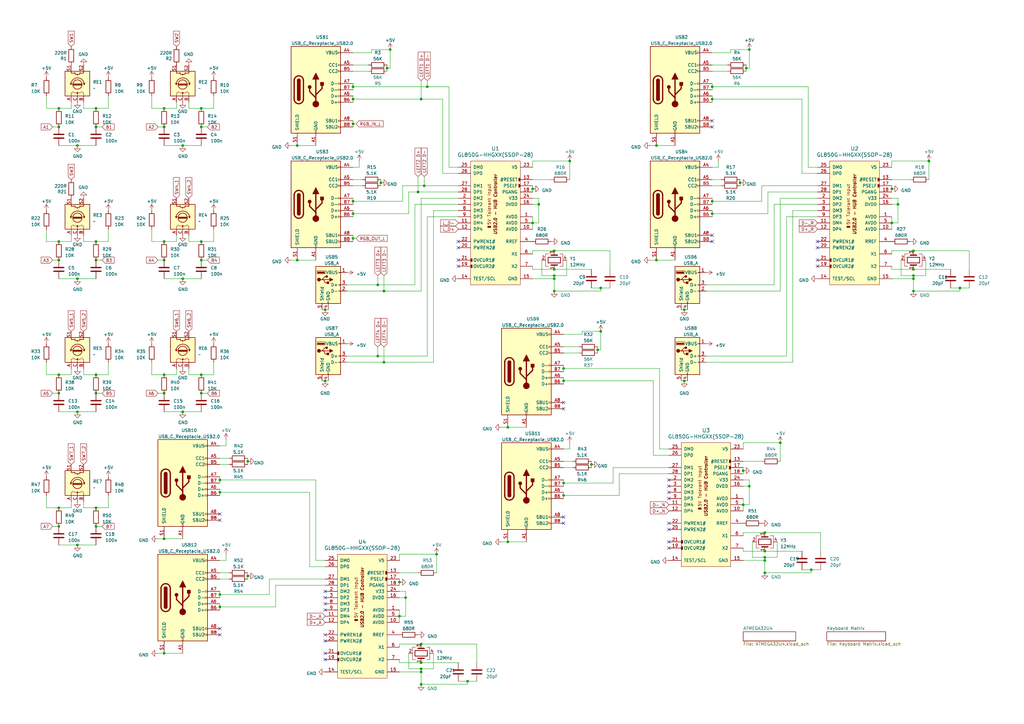
<source format=kicad_sch>
(kicad_sch (version 20210406) (generator eeschema)
  (paper "A3")
  (junction (at 24.13 44.45) (diameter 0.9144))
  (junction (at 24.13 52.07) (diameter 0.9144))
  (junction (at 24.13 99.06) (diameter 0.9144))
  (junction (at 24.13 106.68) (diameter 0.9144))
  (junction (at 24.13 153.67) (diameter 0.9144))
  (junction (at 24.13 161.29) (diameter 0.9144))
  (junction (at 24.13 208.28) (diameter 0.9144))
  (junction (at 24.13 215.9) (diameter 0.9144))
  (junction (at 31.75 59.69) (diameter 0.9144))
  (junction (at 31.75 114.3) (diameter 0.9144))
  (junction (at 31.75 168.91) (diameter 0.9144))
  (junction (at 31.75 223.52) (diameter 0.9144))
  (junction (at 39.37 44.45) (diameter 0.9144))
  (junction (at 39.37 52.07) (diameter 0.9144))
  (junction (at 39.37 99.06) (diameter 0.9144))
  (junction (at 39.37 106.68) (diameter 0.9144))
  (junction (at 39.37 153.67) (diameter 0.9144))
  (junction (at 39.37 161.29) (diameter 0.9144))
  (junction (at 39.37 208.28) (diameter 0.9144))
  (junction (at 39.37 215.9) (diameter 0.9144))
  (junction (at 67.31 44.45) (diameter 0.9144))
  (junction (at 67.31 52.07) (diameter 0.9144))
  (junction (at 67.31 99.06) (diameter 0.9144))
  (junction (at 67.31 106.68) (diameter 0.9144))
  (junction (at 67.31 153.67) (diameter 0.9144))
  (junction (at 67.31 161.29) (diameter 0.9144))
  (junction (at 67.31 220.98) (diameter 0.9144))
  (junction (at 67.31 267.97) (diameter 0.9144))
  (junction (at 74.93 59.69) (diameter 0.9144))
  (junction (at 74.93 114.3) (diameter 0.9144))
  (junction (at 74.93 168.91) (diameter 0.9144))
  (junction (at 82.55 44.45) (diameter 0.9144))
  (junction (at 82.55 52.07) (diameter 0.9144))
  (junction (at 82.55 99.06) (diameter 0.9144))
  (junction (at 82.55 106.68) (diameter 0.9144))
  (junction (at 82.55 153.67) (diameter 0.9144))
  (junction (at 82.55 161.29) (diameter 0.9144))
  (junction (at 90.17 196.85) (diameter 0.9144))
  (junction (at 90.17 201.93) (diameter 0.9144))
  (junction (at 90.17 243.84) (diameter 0.9144))
  (junction (at 90.17 248.92) (diameter 0.9144))
  (junction (at 101.6 189.23) (diameter 0.9144))
  (junction (at 101.6 236.22) (diameter 0.9144))
  (junction (at 121.92 59.69) (diameter 0.9144))
  (junction (at 121.92 106.68) (diameter 0.9144))
  (junction (at 133.35 127) (diameter 0.9144))
  (junction (at 133.35 156.21) (diameter 0.9144))
  (junction (at 144.78 35.56) (diameter 0.9144))
  (junction (at 144.78 40.64) (diameter 0.9144))
  (junction (at 144.78 50.8) (diameter 0.9144))
  (junction (at 144.78 82.55) (diameter 0.9144))
  (junction (at 144.78 87.63) (diameter 0.9144))
  (junction (at 144.78 97.79) (diameter 0.9144))
  (junction (at 154.94 116.84) (diameter 0.9144))
  (junction (at 154.94 146.05) (diameter 0.9144))
  (junction (at 156.21 74.93) (diameter 0.9144))
  (junction (at 157.48 119.38) (diameter 0.9144))
  (junction (at 157.48 148.59) (diameter 0.9144))
  (junction (at 158.75 27.94) (diameter 0.9144))
  (junction (at 160.02 20.32) (diameter 0.9144))
  (junction (at 163.83 238.76) (diameter 0.9144))
  (junction (at 163.83 252.73) (diameter 0.9144))
  (junction (at 166.37 245.11) (diameter 0.9144))
  (junction (at 171.45 78.74) (diameter 0.9144))
  (junction (at 172.72 40.64) (diameter 0.9144))
  (junction (at 172.72 264.16) (diameter 0.9144))
  (junction (at 172.72 271.78) (diameter 0.9144))
  (junction (at 172.72 274.32) (diameter 0.9144))
  (junction (at 172.72 275.59) (diameter 0.9144))
  (junction (at 172.72 280.67) (diameter 0.9144))
  (junction (at 173.99 76.2) (diameter 0.9144))
  (junction (at 175.26 35.56) (diameter 0.9144))
  (junction (at 179.07 227.33) (diameter 0.9144))
  (junction (at 191.77 279.4) (diameter 0.9144))
  (junction (at 208.28 175.26) (diameter 0.9144))
  (junction (at 208.28 222.25) (diameter 0.9144))
  (junction (at 218.44 77.47) (diameter 0.9144))
  (junction (at 218.44 91.44) (diameter 0.9144))
  (junction (at 220.98 83.82) (diameter 0.9144))
  (junction (at 227.33 102.87) (diameter 0.9144))
  (junction (at 227.33 110.49) (diameter 0.9144))
  (junction (at 227.33 113.03) (diameter 0.9144))
  (junction (at 227.33 114.3) (diameter 0.9144))
  (junction (at 227.33 119.38) (diameter 0.9144))
  (junction (at 231.14 151.13) (diameter 0.9144))
  (junction (at 231.14 156.21) (diameter 0.9144))
  (junction (at 231.14 198.12) (diameter 0.9144))
  (junction (at 231.14 203.2) (diameter 0.9144))
  (junction (at 233.68 66.04) (diameter 0.9144))
  (junction (at 242.57 190.5) (diameter 0.9144))
  (junction (at 245.11 143.51) (diameter 0.9144))
  (junction (at 246.38 118.11) (diameter 0.9144))
  (junction (at 246.38 135.89) (diameter 0.9144))
  (junction (at 269.24 59.69) (diameter 0.9144))
  (junction (at 269.24 106.68) (diameter 0.9144))
  (junction (at 280.67 127) (diameter 0.9144))
  (junction (at 280.67 156.21) (diameter 0.9144))
  (junction (at 292.1 35.56) (diameter 0.9144))
  (junction (at 292.1 40.64) (diameter 0.9144))
  (junction (at 292.1 82.55) (diameter 0.9144))
  (junction (at 292.1 87.63) (diameter 0.9144))
  (junction (at 303.53 74.93) (diameter 0.9144))
  (junction (at 304.8 193.04) (diameter 0.9144))
  (junction (at 304.8 207.01) (diameter 0.9144))
  (junction (at 306.07 27.94) (diameter 0.9144))
  (junction (at 307.34 20.32) (diameter 0.9144))
  (junction (at 307.34 199.39) (diameter 0.9144))
  (junction (at 313.69 218.44) (diameter 0.9144))
  (junction (at 313.69 226.06) (diameter 0.9144))
  (junction (at 313.69 228.6) (diameter 0.9144))
  (junction (at 313.69 229.87) (diameter 0.9144))
  (junction (at 313.69 234.95) (diameter 0.9144))
  (junction (at 320.04 181.61) (diameter 0.9144))
  (junction (at 332.74 233.68) (diameter 0.9144))
  (junction (at 365.76 77.47) (diameter 0.9144))
  (junction (at 365.76 91.44) (diameter 0.9144))
  (junction (at 368.3 83.82) (diameter 0.9144))
  (junction (at 374.65 102.87) (diameter 0.9144))
  (junction (at 374.65 110.49) (diameter 0.9144))
  (junction (at 374.65 113.03) (diameter 0.9144))
  (junction (at 374.65 114.3) (diameter 0.9144))
  (junction (at 374.65 119.38) (diameter 0.9144))
  (junction (at 381 66.04) (diameter 0.9144))
  (junction (at 393.7 118.11) (diameter 0.9144))
  (no_connect (at 90.17 210.82))
  (no_connect (at 90.17 213.36))
  (no_connect (at 90.17 257.81))
  (no_connect (at 90.17 260.35))
  (no_connect (at 133.35 242.57))
  (no_connect (at 133.35 245.11))
  (no_connect (at 133.35 247.65))
  (no_connect (at 133.35 250.19))
  (no_connect (at 133.35 260.35))
  (no_connect (at 133.35 262.89))
  (no_connect (at 133.35 267.97))
  (no_connect (at 133.35 270.51))
  (no_connect (at 187.96 99.06))
  (no_connect (at 187.96 101.6))
  (no_connect (at 187.96 106.68))
  (no_connect (at 187.96 109.22))
  (no_connect (at 231.14 165.1))
  (no_connect (at 231.14 167.64))
  (no_connect (at 231.14 212.09))
  (no_connect (at 231.14 214.63))
  (no_connect (at 274.32 196.85))
  (no_connect (at 274.32 199.39))
  (no_connect (at 274.32 201.93))
  (no_connect (at 274.32 204.47))
  (no_connect (at 274.32 214.63))
  (no_connect (at 274.32 217.17))
  (no_connect (at 274.32 222.25))
  (no_connect (at 274.32 224.79))
  (no_connect (at 292.1 49.53))
  (no_connect (at 292.1 52.07))
  (no_connect (at 292.1 96.52))
  (no_connect (at 292.1 99.06))
  (no_connect (at 335.28 99.06))
  (no_connect (at 335.28 101.6))
  (no_connect (at 335.28 106.68))
  (no_connect (at 335.28 109.22))
  (wire (pts (xy 19.05 39.37) (xy 19.05 44.45)))
  (wire (pts (xy 19.05 44.45) (xy 24.13 44.45)))
  (wire (pts (xy 19.05 93.98) (xy 19.05 99.06)))
  (wire (pts (xy 19.05 99.06) (xy 24.13 99.06)))
  (wire (pts (xy 19.05 148.59) (xy 19.05 153.67)))
  (wire (pts (xy 19.05 153.67) (xy 24.13 153.67)))
  (wire (pts (xy 19.05 203.2) (xy 19.05 208.28)))
  (wire (pts (xy 19.05 208.28) (xy 24.13 208.28)))
  (wire (pts (xy 21.59 52.07) (xy 24.13 52.07)))
  (wire (pts (xy 21.59 106.68) (xy 24.13 106.68)))
  (wire (pts (xy 21.59 161.29) (xy 24.13 161.29)))
  (wire (pts (xy 21.59 215.9) (xy 24.13 215.9)))
  (wire (pts (xy 24.13 44.45) (xy 29.21 44.45)))
  (wire (pts (xy 24.13 59.69) (xy 31.75 59.69)))
  (wire (pts (xy 24.13 99.06) (xy 29.21 99.06)))
  (wire (pts (xy 24.13 114.3) (xy 31.75 114.3)))
  (wire (pts (xy 24.13 153.67) (xy 29.21 153.67)))
  (wire (pts (xy 24.13 168.91) (xy 31.75 168.91)))
  (wire (pts (xy 24.13 208.28) (xy 29.21 208.28)))
  (wire (pts (xy 24.13 223.52) (xy 31.75 223.52)))
  (wire (pts (xy 29.21 41.91) (xy 29.21 44.45)))
  (wire (pts (xy 29.21 96.52) (xy 29.21 99.06)))
  (wire (pts (xy 29.21 151.13) (xy 29.21 153.67)))
  (wire (pts (xy 29.21 205.74) (xy 29.21 208.28)))
  (wire (pts (xy 31.75 59.69) (xy 39.37 59.69)))
  (wire (pts (xy 31.75 114.3) (xy 39.37 114.3)))
  (wire (pts (xy 31.75 168.91) (xy 39.37 168.91)))
  (wire (pts (xy 31.75 223.52) (xy 39.37 223.52)))
  (wire (pts (xy 34.29 41.91) (xy 34.29 44.45)))
  (wire (pts (xy 34.29 44.45) (xy 39.37 44.45)))
  (wire (pts (xy 34.29 96.52) (xy 34.29 99.06)))
  (wire (pts (xy 34.29 99.06) (xy 39.37 99.06)))
  (wire (pts (xy 34.29 151.13) (xy 34.29 153.67)))
  (wire (pts (xy 34.29 153.67) (xy 39.37 153.67)))
  (wire (pts (xy 34.29 205.74) (xy 34.29 208.28)))
  (wire (pts (xy 34.29 208.28) (xy 39.37 208.28)))
  (wire (pts (xy 39.37 44.45) (xy 44.45 44.45)))
  (wire (pts (xy 39.37 52.07) (xy 41.91 52.07)))
  (wire (pts (xy 39.37 99.06) (xy 44.45 99.06)))
  (wire (pts (xy 39.37 106.68) (xy 41.91 106.68)))
  (wire (pts (xy 39.37 153.67) (xy 44.45 153.67)))
  (wire (pts (xy 39.37 161.29) (xy 41.91 161.29)))
  (wire (pts (xy 39.37 208.28) (xy 44.45 208.28)))
  (wire (pts (xy 39.37 215.9) (xy 41.91 215.9)))
  (wire (pts (xy 44.45 39.37) (xy 44.45 44.45)))
  (wire (pts (xy 44.45 93.98) (xy 44.45 99.06)))
  (wire (pts (xy 44.45 148.59) (xy 44.45 153.67)))
  (wire (pts (xy 44.45 203.2) (xy 44.45 208.28)))
  (wire (pts (xy 62.23 39.37) (xy 62.23 44.45)))
  (wire (pts (xy 62.23 44.45) (xy 67.31 44.45)))
  (wire (pts (xy 62.23 93.98) (xy 62.23 99.06)))
  (wire (pts (xy 62.23 99.06) (xy 67.31 99.06)))
  (wire (pts (xy 62.23 148.59) (xy 62.23 153.67)))
  (wire (pts (xy 62.23 153.67) (xy 67.31 153.67)))
  (wire (pts (xy 64.77 52.07) (xy 67.31 52.07)))
  (wire (pts (xy 64.77 106.68) (xy 67.31 106.68)))
  (wire (pts (xy 64.77 161.29) (xy 67.31 161.29)))
  (wire (pts (xy 64.77 220.98) (xy 67.31 220.98)))
  (wire (pts (xy 64.77 267.97) (xy 67.31 267.97)))
  (wire (pts (xy 67.31 44.45) (xy 72.39 44.45)))
  (wire (pts (xy 67.31 59.69) (xy 74.93 59.69)))
  (wire (pts (xy 67.31 99.06) (xy 72.39 99.06)))
  (wire (pts (xy 67.31 114.3) (xy 74.93 114.3)))
  (wire (pts (xy 67.31 153.67) (xy 72.39 153.67)))
  (wire (pts (xy 67.31 168.91) (xy 74.93 168.91)))
  (wire (pts (xy 67.31 220.98) (xy 74.93 220.98)))
  (wire (pts (xy 67.31 267.97) (xy 74.93 267.97)))
  (wire (pts (xy 72.39 41.91) (xy 72.39 44.45)))
  (wire (pts (xy 72.39 96.52) (xy 72.39 99.06)))
  (wire (pts (xy 72.39 151.13) (xy 72.39 153.67)))
  (wire (pts (xy 74.93 59.69) (xy 82.55 59.69)))
  (wire (pts (xy 74.93 114.3) (xy 82.55 114.3)))
  (wire (pts (xy 74.93 168.91) (xy 82.55 168.91)))
  (wire (pts (xy 77.47 41.91) (xy 77.47 44.45)))
  (wire (pts (xy 77.47 44.45) (xy 82.55 44.45)))
  (wire (pts (xy 77.47 96.52) (xy 77.47 99.06)))
  (wire (pts (xy 77.47 99.06) (xy 82.55 99.06)))
  (wire (pts (xy 77.47 151.13) (xy 77.47 153.67)))
  (wire (pts (xy 77.47 153.67) (xy 82.55 153.67)))
  (wire (pts (xy 82.55 44.45) (xy 87.63 44.45)))
  (wire (pts (xy 82.55 52.07) (xy 85.09 52.07)))
  (wire (pts (xy 82.55 99.06) (xy 87.63 99.06)))
  (wire (pts (xy 82.55 106.68) (xy 85.09 106.68)))
  (wire (pts (xy 82.55 153.67) (xy 87.63 153.67)))
  (wire (pts (xy 82.55 161.29) (xy 85.09 161.29)))
  (wire (pts (xy 87.63 39.37) (xy 87.63 44.45)))
  (wire (pts (xy 87.63 93.98) (xy 87.63 99.06)))
  (wire (pts (xy 87.63 148.59) (xy 87.63 153.67)))
  (wire (pts (xy 90.17 182.88) (xy 92.71 182.88)))
  (wire (pts (xy 90.17 187.96) (xy 93.98 187.96)))
  (wire (pts (xy 90.17 190.5) (xy 93.98 190.5)))
  (wire (pts (xy 90.17 195.58) (xy 90.17 196.85)))
  (wire (pts (xy 90.17 196.85) (xy 90.17 198.12)))
  (wire (pts (xy 90.17 196.85) (xy 129.54 196.85)))
  (wire (pts (xy 90.17 200.66) (xy 90.17 201.93)))
  (wire (pts (xy 90.17 201.93) (xy 90.17 203.2)))
  (wire (pts (xy 90.17 201.93) (xy 127 201.93)))
  (wire (pts (xy 90.17 229.87) (xy 92.71 229.87)))
  (wire (pts (xy 90.17 234.95) (xy 93.98 234.95)))
  (wire (pts (xy 90.17 237.49) (xy 93.98 237.49)))
  (wire (pts (xy 90.17 242.57) (xy 90.17 243.84)))
  (wire (pts (xy 90.17 243.84) (xy 90.17 245.11)))
  (wire (pts (xy 90.17 243.84) (xy 110.49 243.84)))
  (wire (pts (xy 90.17 247.65) (xy 90.17 248.92)))
  (wire (pts (xy 90.17 248.92) (xy 90.17 250.19)))
  (wire (pts (xy 90.17 248.92) (xy 113.03 248.92)))
  (wire (pts (xy 92.71 180.34) (xy 92.71 182.88)))
  (wire (pts (xy 92.71 227.33) (xy 92.71 229.87)))
  (wire (pts (xy 101.6 187.96) (xy 101.6 189.23)))
  (wire (pts (xy 101.6 189.23) (xy 101.6 190.5)))
  (wire (pts (xy 101.6 234.95) (xy 101.6 236.22)))
  (wire (pts (xy 101.6 236.22) (xy 101.6 237.49)))
  (wire (pts (xy 110.49 237.49) (xy 133.35 237.49)))
  (wire (pts (xy 110.49 243.84) (xy 110.49 237.49)))
  (wire (pts (xy 113.03 240.03) (xy 133.35 240.03)))
  (wire (pts (xy 113.03 248.92) (xy 113.03 240.03)))
  (wire (pts (xy 119.38 59.69) (xy 121.92 59.69)))
  (wire (pts (xy 119.38 106.68) (xy 121.92 106.68)))
  (wire (pts (xy 121.92 59.69) (xy 129.54 59.69)))
  (wire (pts (xy 121.92 106.68) (xy 129.54 106.68)))
  (wire (pts (xy 127 201.93) (xy 127 232.41)))
  (wire (pts (xy 127 232.41) (xy 133.35 232.41)))
  (wire (pts (xy 129.54 196.85) (xy 129.54 229.87)))
  (wire (pts (xy 129.54 229.87) (xy 133.35 229.87)))
  (wire (pts (xy 132.08 127) (xy 133.35 127)))
  (wire (pts (xy 132.08 156.21) (xy 133.35 156.21)))
  (wire (pts (xy 133.35 127) (xy 134.62 127)))
  (wire (pts (xy 133.35 156.21) (xy 134.62 156.21)))
  (wire (pts (xy 142.24 116.84) (xy 154.94 116.84)))
  (wire (pts (xy 142.24 119.38) (xy 157.48 119.38)))
  (wire (pts (xy 142.24 146.05) (xy 154.94 146.05)))
  (wire (pts (xy 142.24 148.59) (xy 157.48 148.59)))
  (wire (pts (xy 144.78 21.59) (xy 152.4 21.59)))
  (wire (pts (xy 144.78 26.67) (xy 151.13 26.67)))
  (wire (pts (xy 144.78 29.21) (xy 151.13 29.21)))
  (wire (pts (xy 144.78 34.29) (xy 144.78 35.56)))
  (wire (pts (xy 144.78 35.56) (xy 144.78 36.83)))
  (wire (pts (xy 144.78 35.56) (xy 175.26 35.56)))
  (wire (pts (xy 144.78 39.37) (xy 144.78 40.64)))
  (wire (pts (xy 144.78 40.64) (xy 144.78 41.91)))
  (wire (pts (xy 144.78 40.64) (xy 172.72 40.64)))
  (wire (pts (xy 144.78 49.53) (xy 144.78 50.8)))
  (wire (pts (xy 144.78 50.8) (xy 144.78 52.07)))
  (wire (pts (xy 144.78 50.8) (xy 146.05 50.8)))
  (wire (pts (xy 144.78 68.58) (xy 147.32 68.58)))
  (wire (pts (xy 144.78 73.66) (xy 148.59 73.66)))
  (wire (pts (xy 144.78 76.2) (xy 148.59 76.2)))
  (wire (pts (xy 144.78 81.28) (xy 144.78 82.55)))
  (wire (pts (xy 144.78 82.55) (xy 144.78 83.82)))
  (wire (pts (xy 144.78 82.55) (xy 165.1 82.55)))
  (wire (pts (xy 144.78 86.36) (xy 144.78 87.63)))
  (wire (pts (xy 144.78 87.63) (xy 144.78 88.9)))
  (wire (pts (xy 144.78 87.63) (xy 167.64 87.63)))
  (wire (pts (xy 144.78 96.52) (xy 144.78 97.79)))
  (wire (pts (xy 144.78 97.79) (xy 144.78 99.06)))
  (wire (pts (xy 144.78 97.79) (xy 146.05 97.79)))
  (wire (pts (xy 147.32 66.04) (xy 147.32 68.58)))
  (wire (pts (xy 152.4 20.32) (xy 160.02 20.32)))
  (wire (pts (xy 152.4 21.59) (xy 152.4 20.32)))
  (wire (pts (xy 154.94 113.03) (xy 154.94 116.84)))
  (wire (pts (xy 154.94 116.84) (xy 170.18 116.84)))
  (wire (pts (xy 154.94 142.24) (xy 154.94 146.05)))
  (wire (pts (xy 154.94 146.05) (xy 175.26 146.05)))
  (wire (pts (xy 156.21 73.66) (xy 156.21 74.93)))
  (wire (pts (xy 156.21 74.93) (xy 156.21 76.2)))
  (wire (pts (xy 157.48 113.03) (xy 157.48 119.38)))
  (wire (pts (xy 157.48 119.38) (xy 172.72 119.38)))
  (wire (pts (xy 157.48 142.24) (xy 157.48 148.59)))
  (wire (pts (xy 157.48 148.59) (xy 177.8 148.59)))
  (wire (pts (xy 158.75 26.67) (xy 158.75 27.94)))
  (wire (pts (xy 158.75 27.94) (xy 158.75 29.21)))
  (wire (pts (xy 160.02 20.32) (xy 160.02 27.94)))
  (wire (pts (xy 160.02 27.94) (xy 158.75 27.94)))
  (wire (pts (xy 163.83 227.33) (xy 179.07 227.33)))
  (wire (pts (xy 163.83 229.87) (xy 163.83 227.33)))
  (wire (pts (xy 163.83 234.95) (xy 171.45 234.95)))
  (wire (pts (xy 163.83 237.49) (xy 163.83 238.76)))
  (wire (pts (xy 163.83 238.76) (xy 163.83 240.03)))
  (wire (pts (xy 163.83 242.57) (xy 166.37 242.57)))
  (wire (pts (xy 163.83 245.11) (xy 166.37 245.11)))
  (wire (pts (xy 163.83 250.19) (xy 163.83 252.73)))
  (wire (pts (xy 163.83 252.73) (xy 163.83 255.27)))
  (wire (pts (xy 163.83 264.16) (xy 163.83 265.43)))
  (wire (pts (xy 163.83 271.78) (xy 163.83 270.51)))
  (wire (pts (xy 163.83 275.59) (xy 172.72 275.59)))
  (wire (pts (xy 165.1 76.2) (xy 173.99 76.2)))
  (wire (pts (xy 165.1 82.55) (xy 165.1 76.2)))
  (wire (pts (xy 166.37 242.57) (xy 166.37 245.11)))
  (wire (pts (xy 166.37 245.11) (xy 166.37 252.73)))
  (wire (pts (xy 166.37 252.73) (xy 163.83 252.73)))
  (wire (pts (xy 167.64 78.74) (xy 171.45 78.74)))
  (wire (pts (xy 167.64 87.63) (xy 167.64 78.74)))
  (wire (pts (xy 167.64 267.97) (xy 167.64 274.32)))
  (wire (pts (xy 167.64 274.32) (xy 172.72 274.32)))
  (wire (pts (xy 170.18 83.82) (xy 187.96 83.82)))
  (wire (pts (xy 170.18 116.84) (xy 170.18 83.82)))
  (wire (pts (xy 171.45 72.39) (xy 171.45 78.74)))
  (wire (pts (xy 171.45 78.74) (xy 187.96 78.74)))
  (wire (pts (xy 172.72 33.02) (xy 172.72 40.64)))
  (wire (pts (xy 172.72 40.64) (xy 181.61 40.64)))
  (wire (pts (xy 172.72 81.28) (xy 187.96 81.28)))
  (wire (pts (xy 172.72 119.38) (xy 172.72 81.28)))
  (wire (pts (xy 172.72 264.16) (xy 163.83 264.16)))
  (wire (pts (xy 172.72 264.16) (xy 195.58 264.16)))
  (wire (pts (xy 172.72 271.78) (xy 163.83 271.78)))
  (wire (pts (xy 172.72 271.78) (xy 187.96 271.78)))
  (wire (pts (xy 172.72 274.32) (xy 177.8 274.32)))
  (wire (pts (xy 172.72 275.59) (xy 172.72 274.32)))
  (wire (pts (xy 172.72 280.67) (xy 172.72 275.59)))
  (wire (pts (xy 173.99 72.39) (xy 173.99 76.2)))
  (wire (pts (xy 173.99 76.2) (xy 187.96 76.2)))
  (wire (pts (xy 175.26 33.02) (xy 175.26 35.56)))
  (wire (pts (xy 175.26 35.56) (xy 184.15 35.56)))
  (wire (pts (xy 175.26 88.9) (xy 187.96 88.9)))
  (wire (pts (xy 175.26 146.05) (xy 175.26 88.9)))
  (wire (pts (xy 177.8 86.36) (xy 187.96 86.36)))
  (wire (pts (xy 177.8 148.59) (xy 177.8 86.36)))
  (wire (pts (xy 177.8 274.32) (xy 177.8 267.97)))
  (wire (pts (xy 179.07 227.33) (xy 179.07 234.95)))
  (wire (pts (xy 181.61 40.64) (xy 181.61 71.12)))
  (wire (pts (xy 181.61 71.12) (xy 187.96 71.12)))
  (wire (pts (xy 184.15 35.56) (xy 184.15 68.58)))
  (wire (pts (xy 184.15 68.58) (xy 187.96 68.58)))
  (wire (pts (xy 187.96 279.4) (xy 191.77 279.4)))
  (wire (pts (xy 191.77 279.4) (xy 191.77 280.67)))
  (wire (pts (xy 191.77 279.4) (xy 195.58 279.4)))
  (wire (pts (xy 191.77 280.67) (xy 172.72 280.67)))
  (wire (pts (xy 195.58 264.16) (xy 195.58 271.78)))
  (wire (pts (xy 205.74 175.26) (xy 208.28 175.26)))
  (wire (pts (xy 205.74 222.25) (xy 208.28 222.25)))
  (wire (pts (xy 208.28 175.26) (xy 215.9 175.26)))
  (wire (pts (xy 208.28 222.25) (xy 215.9 222.25)))
  (wire (pts (xy 218.44 66.04) (xy 233.68 66.04)))
  (wire (pts (xy 218.44 68.58) (xy 218.44 66.04)))
  (wire (pts (xy 218.44 73.66) (xy 226.06 73.66)))
  (wire (pts (xy 218.44 76.2) (xy 218.44 77.47)))
  (wire (pts (xy 218.44 77.47) (xy 218.44 78.74)))
  (wire (pts (xy 218.44 81.28) (xy 220.98 81.28)))
  (wire (pts (xy 218.44 83.82) (xy 220.98 83.82)))
  (wire (pts (xy 218.44 88.9) (xy 218.44 91.44)))
  (wire (pts (xy 218.44 91.44) (xy 218.44 93.98)))
  (wire (pts (xy 218.44 102.87) (xy 218.44 104.14)))
  (wire (pts (xy 218.44 110.49) (xy 218.44 109.22)))
  (wire (pts (xy 218.44 114.3) (xy 227.33 114.3)))
  (wire (pts (xy 220.98 81.28) (xy 220.98 83.82)))
  (wire (pts (xy 220.98 83.82) (xy 220.98 91.44)))
  (wire (pts (xy 220.98 91.44) (xy 218.44 91.44)))
  (wire (pts (xy 222.25 106.68) (xy 222.25 113.03)))
  (wire (pts (xy 222.25 113.03) (xy 227.33 113.03)))
  (wire (pts (xy 227.33 102.87) (xy 218.44 102.87)))
  (wire (pts (xy 227.33 102.87) (xy 250.19 102.87)))
  (wire (pts (xy 227.33 110.49) (xy 218.44 110.49)))
  (wire (pts (xy 227.33 110.49) (xy 242.57 110.49)))
  (wire (pts (xy 227.33 113.03) (xy 232.41 113.03)))
  (wire (pts (xy 227.33 114.3) (xy 227.33 113.03)))
  (wire (pts (xy 227.33 119.38) (xy 227.33 114.3)))
  (wire (pts (xy 231.14 137.16) (xy 238.76 137.16)))
  (wire (pts (xy 231.14 142.24) (xy 237.49 142.24)))
  (wire (pts (xy 231.14 144.78) (xy 237.49 144.78)))
  (wire (pts (xy 231.14 149.86) (xy 231.14 151.13)))
  (wire (pts (xy 231.14 151.13) (xy 231.14 152.4)))
  (wire (pts (xy 231.14 151.13) (xy 270.51 151.13)))
  (wire (pts (xy 231.14 154.94) (xy 231.14 156.21)))
  (wire (pts (xy 231.14 156.21) (xy 231.14 157.48)))
  (wire (pts (xy 231.14 156.21) (xy 267.97 156.21)))
  (wire (pts (xy 231.14 184.15) (xy 233.68 184.15)))
  (wire (pts (xy 231.14 189.23) (xy 234.95 189.23)))
  (wire (pts (xy 231.14 191.77) (xy 234.95 191.77)))
  (wire (pts (xy 231.14 196.85) (xy 231.14 198.12)))
  (wire (pts (xy 231.14 198.12) (xy 231.14 199.39)))
  (wire (pts (xy 231.14 198.12) (xy 251.46 198.12)))
  (wire (pts (xy 231.14 201.93) (xy 231.14 203.2)))
  (wire (pts (xy 231.14 203.2) (xy 231.14 204.47)))
  (wire (pts (xy 231.14 203.2) (xy 254 203.2)))
  (wire (pts (xy 232.41 113.03) (xy 232.41 106.68)))
  (wire (pts (xy 233.68 66.04) (xy 233.68 73.66)))
  (wire (pts (xy 233.68 181.61) (xy 233.68 184.15)))
  (wire (pts (xy 238.76 135.89) (xy 246.38 135.89)))
  (wire (pts (xy 238.76 137.16) (xy 238.76 135.89)))
  (wire (pts (xy 242.57 118.11) (xy 246.38 118.11)))
  (wire (pts (xy 242.57 189.23) (xy 242.57 190.5)))
  (wire (pts (xy 242.57 190.5) (xy 242.57 191.77)))
  (wire (pts (xy 245.11 142.24) (xy 245.11 143.51)))
  (wire (pts (xy 245.11 143.51) (xy 245.11 144.78)))
  (wire (pts (xy 246.38 118.11) (xy 246.38 119.38)))
  (wire (pts (xy 246.38 118.11) (xy 250.19 118.11)))
  (wire (pts (xy 246.38 119.38) (xy 227.33 119.38)))
  (wire (pts (xy 246.38 135.89) (xy 246.38 143.51)))
  (wire (pts (xy 246.38 143.51) (xy 245.11 143.51)))
  (wire (pts (xy 250.19 102.87) (xy 250.19 110.49)))
  (wire (pts (xy 251.46 191.77) (xy 274.32 191.77)))
  (wire (pts (xy 251.46 198.12) (xy 251.46 191.77)))
  (wire (pts (xy 254 194.31) (xy 274.32 194.31)))
  (wire (pts (xy 254 203.2) (xy 254 194.31)))
  (wire (pts (xy 266.7 59.69) (xy 269.24 59.69)))
  (wire (pts (xy 266.7 106.68) (xy 269.24 106.68)))
  (wire (pts (xy 267.97 156.21) (xy 267.97 186.69)))
  (wire (pts (xy 267.97 186.69) (xy 274.32 186.69)))
  (wire (pts (xy 269.24 59.69) (xy 276.86 59.69)))
  (wire (pts (xy 269.24 106.68) (xy 276.86 106.68)))
  (wire (pts (xy 270.51 151.13) (xy 270.51 184.15)))
  (wire (pts (xy 270.51 184.15) (xy 274.32 184.15)))
  (wire (pts (xy 279.4 127) (xy 280.67 127)))
  (wire (pts (xy 279.4 156.21) (xy 280.67 156.21)))
  (wire (pts (xy 280.67 127) (xy 281.94 127)))
  (wire (pts (xy 280.67 156.21) (xy 281.94 156.21)))
  (wire (pts (xy 289.56 116.84) (xy 317.5 116.84)))
  (wire (pts (xy 289.56 119.38) (xy 320.04 119.38)))
  (wire (pts (xy 289.56 146.05) (xy 322.58 146.05)))
  (wire (pts (xy 289.56 148.59) (xy 325.12 148.59)))
  (wire (pts (xy 292.1 21.59) (xy 299.72 21.59)))
  (wire (pts (xy 292.1 26.67) (xy 298.45 26.67)))
  (wire (pts (xy 292.1 29.21) (xy 298.45 29.21)))
  (wire (pts (xy 292.1 34.29) (xy 292.1 35.56)))
  (wire (pts (xy 292.1 35.56) (xy 292.1 36.83)))
  (wire (pts (xy 292.1 35.56) (xy 331.47 35.56)))
  (wire (pts (xy 292.1 39.37) (xy 292.1 40.64)))
  (wire (pts (xy 292.1 40.64) (xy 292.1 41.91)))
  (wire (pts (xy 292.1 40.64) (xy 328.93 40.64)))
  (wire (pts (xy 292.1 68.58) (xy 294.64 68.58)))
  (wire (pts (xy 292.1 73.66) (xy 295.91 73.66)))
  (wire (pts (xy 292.1 76.2) (xy 295.91 76.2)))
  (wire (pts (xy 292.1 81.28) (xy 292.1 82.55)))
  (wire (pts (xy 292.1 82.55) (xy 292.1 83.82)))
  (wire (pts (xy 292.1 82.55) (xy 312.42 82.55)))
  (wire (pts (xy 292.1 86.36) (xy 292.1 87.63)))
  (wire (pts (xy 292.1 87.63) (xy 292.1 88.9)))
  (wire (pts (xy 292.1 87.63) (xy 314.96 87.63)))
  (wire (pts (xy 294.64 66.04) (xy 294.64 68.58)))
  (wire (pts (xy 299.72 20.32) (xy 307.34 20.32)))
  (wire (pts (xy 299.72 21.59) (xy 299.72 20.32)))
  (wire (pts (xy 303.53 73.66) (xy 303.53 74.93)))
  (wire (pts (xy 303.53 74.93) (xy 303.53 76.2)))
  (wire (pts (xy 304.8 181.61) (xy 320.04 181.61)))
  (wire (pts (xy 304.8 184.15) (xy 304.8 181.61)))
  (wire (pts (xy 304.8 189.23) (xy 312.42 189.23)))
  (wire (pts (xy 304.8 191.77) (xy 304.8 193.04)))
  (wire (pts (xy 304.8 193.04) (xy 304.8 194.31)))
  (wire (pts (xy 304.8 196.85) (xy 307.34 196.85)))
  (wire (pts (xy 304.8 199.39) (xy 307.34 199.39)))
  (wire (pts (xy 304.8 204.47) (xy 304.8 207.01)))
  (wire (pts (xy 304.8 207.01) (xy 304.8 209.55)))
  (wire (pts (xy 304.8 218.44) (xy 304.8 219.71)))
  (wire (pts (xy 304.8 226.06) (xy 304.8 224.79)))
  (wire (pts (xy 304.8 229.87) (xy 313.69 229.87)))
  (wire (pts (xy 306.07 26.67) (xy 306.07 27.94)))
  (wire (pts (xy 306.07 27.94) (xy 306.07 29.21)))
  (wire (pts (xy 307.34 20.32) (xy 307.34 27.94)))
  (wire (pts (xy 307.34 27.94) (xy 306.07 27.94)))
  (wire (pts (xy 307.34 196.85) (xy 307.34 199.39)))
  (wire (pts (xy 307.34 199.39) (xy 307.34 207.01)))
  (wire (pts (xy 307.34 207.01) (xy 304.8 207.01)))
  (wire (pts (xy 308.61 222.25) (xy 308.61 228.6)))
  (wire (pts (xy 308.61 228.6) (xy 313.69 228.6)))
  (wire (pts (xy 312.42 76.2) (xy 335.28 76.2)))
  (wire (pts (xy 312.42 82.55) (xy 312.42 76.2)))
  (wire (pts (xy 313.69 218.44) (xy 304.8 218.44)))
  (wire (pts (xy 313.69 218.44) (xy 336.55 218.44)))
  (wire (pts (xy 313.69 226.06) (xy 304.8 226.06)))
  (wire (pts (xy 313.69 226.06) (xy 328.93 226.06)))
  (wire (pts (xy 313.69 228.6) (xy 318.77 228.6)))
  (wire (pts (xy 313.69 229.87) (xy 313.69 228.6)))
  (wire (pts (xy 313.69 234.95) (xy 313.69 229.87)))
  (wire (pts (xy 314.96 78.74) (xy 335.28 78.74)))
  (wire (pts (xy 314.96 87.63) (xy 314.96 78.74)))
  (wire (pts (xy 317.5 83.82) (xy 335.28 83.82)))
  (wire (pts (xy 317.5 116.84) (xy 317.5 83.82)))
  (wire (pts (xy 318.77 228.6) (xy 318.77 222.25)))
  (wire (pts (xy 320.04 81.28) (xy 335.28 81.28)))
  (wire (pts (xy 320.04 119.38) (xy 320.04 81.28)))
  (wire (pts (xy 320.04 181.61) (xy 320.04 189.23)))
  (wire (pts (xy 322.58 88.9) (xy 335.28 88.9)))
  (wire (pts (xy 322.58 146.05) (xy 322.58 88.9)))
  (wire (pts (xy 325.12 86.36) (xy 335.28 86.36)))
  (wire (pts (xy 325.12 148.59) (xy 325.12 86.36)))
  (wire (pts (xy 328.93 40.64) (xy 328.93 71.12)))
  (wire (pts (xy 328.93 71.12) (xy 335.28 71.12)))
  (wire (pts (xy 328.93 233.68) (xy 332.74 233.68)))
  (wire (pts (xy 331.47 35.56) (xy 331.47 68.58)))
  (wire (pts (xy 331.47 68.58) (xy 335.28 68.58)))
  (wire (pts (xy 332.74 233.68) (xy 332.74 234.95)))
  (wire (pts (xy 332.74 233.68) (xy 336.55 233.68)))
  (wire (pts (xy 332.74 234.95) (xy 313.69 234.95)))
  (wire (pts (xy 336.55 218.44) (xy 336.55 226.06)))
  (wire (pts (xy 365.76 66.04) (xy 381 66.04)))
  (wire (pts (xy 365.76 68.58) (xy 365.76 66.04)))
  (wire (pts (xy 365.76 73.66) (xy 373.38 73.66)))
  (wire (pts (xy 365.76 76.2) (xy 365.76 77.47)))
  (wire (pts (xy 365.76 77.47) (xy 365.76 78.74)))
  (wire (pts (xy 365.76 81.28) (xy 368.3 81.28)))
  (wire (pts (xy 365.76 83.82) (xy 368.3 83.82)))
  (wire (pts (xy 365.76 88.9) (xy 365.76 91.44)))
  (wire (pts (xy 365.76 91.44) (xy 365.76 93.98)))
  (wire (pts (xy 365.76 102.87) (xy 365.76 104.14)))
  (wire (pts (xy 365.76 110.49) (xy 365.76 109.22)))
  (wire (pts (xy 365.76 114.3) (xy 374.65 114.3)))
  (wire (pts (xy 368.3 81.28) (xy 368.3 83.82)))
  (wire (pts (xy 368.3 83.82) (xy 368.3 91.44)))
  (wire (pts (xy 368.3 91.44) (xy 365.76 91.44)))
  (wire (pts (xy 369.57 106.68) (xy 369.57 113.03)))
  (wire (pts (xy 369.57 113.03) (xy 374.65 113.03)))
  (wire (pts (xy 374.65 102.87) (xy 365.76 102.87)))
  (wire (pts (xy 374.65 102.87) (xy 397.51 102.87)))
  (wire (pts (xy 374.65 110.49) (xy 365.76 110.49)))
  (wire (pts (xy 374.65 110.49) (xy 389.89 110.49)))
  (wire (pts (xy 374.65 113.03) (xy 379.73 113.03)))
  (wire (pts (xy 374.65 114.3) (xy 374.65 113.03)))
  (wire (pts (xy 374.65 119.38) (xy 374.65 114.3)))
  (wire (pts (xy 379.73 113.03) (xy 379.73 106.68)))
  (wire (pts (xy 381 66.04) (xy 381 73.66)))
  (wire (pts (xy 389.89 118.11) (xy 393.7 118.11)))
  (wire (pts (xy 393.7 118.11) (xy 393.7 119.38)))
  (wire (pts (xy 393.7 118.11) (xy 397.51 118.11)))
  (wire (pts (xy 393.7 119.38) (xy 374.65 119.38)))
  (wire (pts (xy 397.51 102.87) (xy 397.51 110.49)))
  (global_label "A1" (shape input) (at 21.59 52.07 180) (property "Intersheet References" "${INTERSHEET_REFS}" (effects hide)))
  (global_label "A3" (shape input) (at 21.59 106.68 180) (property "Intersheet References" "${INTERSHEET_REFS}" (effects hide)))
  (global_label "A5" (shape input) (at 21.59 161.29 180) (property "Intersheet References" "${INTERSHEET_REFS}" (effects hide)))
  (global_label "A7" (shape input) (at 21.59 215.9 180) (property "Intersheet References" "${INTERSHEET_REFS}" (effects hide)))
  (global_label "SW1" (shape input) (at 29.21 19.05 90) (property "Intersheet References" "${INTERSHEET_REFS}" (effects hide)))
  (global_label "SW3" (shape input) (at 29.21 73.66 90) (property "Intersheet References" "${INTERSHEET_REFS}" (effects hide)))
  (global_label "SW5_1" (shape input) (at 29.21 135.89 90) (property "Intersheet References" "${INTERSHEET_REFS}" (effects hide)))
  (global_label "SW7_1" (shape input) (at 29.21 190.5 90) (property "Intersheet References" "${INTERSHEET_REFS}" (effects hide)))
  (global_label "SW5_2" (shape input) (at 34.29 135.89 90) (property "Intersheet References" "${INTERSHEET_REFS}" (effects hide)))
  (global_label "SW7_2" (shape input) (at 34.29 190.5 90) (property "Intersheet References" "${INTERSHEET_REFS}" (effects hide)))
  (global_label "B1" (shape input) (at 41.91 52.07 0) (property "Intersheet References" "${INTERSHEET_REFS}" (effects hide)))
  (global_label "B3" (shape input) (at 41.91 106.68 0) (property "Intersheet References" "${INTERSHEET_REFS}" (effects hide)))
  (global_label "B5" (shape input) (at 41.91 161.29 0) (property "Intersheet References" "${INTERSHEET_REFS}" (effects hide)))
  (global_label "B7" (shape input) (at 41.91 215.9 0) (property "Intersheet References" "${INTERSHEET_REFS}" (effects hide)))
  (global_label "A2" (shape input) (at 64.77 52.07 180) (property "Intersheet References" "${INTERSHEET_REFS}" (effects hide)))
  (global_label "A4" (shape input) (at 64.77 106.68 180) (property "Intersheet References" "${INTERSHEET_REFS}" (effects hide)))
  (global_label "A6" (shape input) (at 64.77 161.29 180) (property "Intersheet References" "${INTERSHEET_REFS}" (effects hide)))
  (global_label "SW2" (shape input) (at 72.39 19.05 90) (property "Intersheet References" "${INTERSHEET_REFS}" (effects hide)))
  (global_label "SW4_1" (shape input) (at 72.39 81.28 90) (property "Intersheet References" "${INTERSHEET_REFS}" (effects hide)))
  (global_label "SW6_1" (shape input) (at 72.39 135.89 90) (property "Intersheet References" "${INTERSHEET_REFS}" (effects hide)))
  (global_label "SW4_2" (shape input) (at 77.47 81.28 90) (property "Intersheet References" "${INTERSHEET_REFS}" (effects hide)))
  (global_label "SW6_2" (shape input) (at 77.47 135.89 90) (property "Intersheet References" "${INTERSHEET_REFS}" (effects hide)))
  (global_label "B2" (shape input) (at 85.09 52.07 0) (property "Intersheet References" "${INTERSHEET_REFS}" (effects hide)))
  (global_label "B4" (shape input) (at 85.09 106.68 0) (property "Intersheet References" "${INTERSHEET_REFS}" (effects hide)))
  (global_label "B6" (shape input) (at 85.09 161.29 0) (property "Intersheet References" "${INTERSHEET_REFS}" (effects hide)))
  (global_label "D-_A" (shape input) (at 133.35 252.73 180) (property "Intersheet References" "${INTERSHEET_REFS}" (effects hide)))
  (global_label "D+_A" (shape input) (at 133.35 255.27 180) (property "Intersheet References" "${INTERSHEET_REFS}" (effects hide)))
  (global_label "RGB_IN_L" (shape input) (at 146.05 50.8 0) (property "Intersheet References" "${INTERSHEET_REFS}" (effects hide)))
  (global_label "RGB_OUT_L" (shape input) (at 146.05 97.79 0) (property "Intersheet References" "${INTERSHEET_REFS}" (effects hide)))
  (global_label "LEFT3 D+" (shape input) (at 154.94 113.03 90) (property "Intersheet References" "${INTERSHEET_REFS}" (effects hide)))
  (global_label "LEFT4 D+" (shape input) (at 154.94 142.24 90) (property "Intersheet References" "${INTERSHEET_REFS}" (effects hide)))
  (global_label "LEFT3 D-" (shape input) (at 157.48 113.03 90) (property "Intersheet References" "${INTERSHEET_REFS}" (effects hide)))
  (global_label "LEFT4 D-" (shape input) (at 157.48 142.24 90) (property "Intersheet References" "${INTERSHEET_REFS}" (effects hide)))
  (global_label "LEFT2 D+" (shape input) (at 171.45 72.39 90) (property "Intersheet References" "${INTERSHEET_REFS}" (effects hide)))
  (global_label "LEFT1 D+" (shape input) (at 172.72 33.02 90) (property "Intersheet References" "${INTERSHEET_REFS}" (effects hide)))
  (global_label "LEFT2 D-" (shape input) (at 173.99 72.39 90) (property "Intersheet References" "${INTERSHEET_REFS}" (effects hide)))
  (global_label "LEFT1 D-" (shape input) (at 175.26 33.02 90) (property "Intersheet References" "${INTERSHEET_REFS}" (effects hide)))
  (global_label "L_D-" (shape input) (at 187.96 91.44 180) (property "Intersheet References" "${INTERSHEET_REFS}" (effects hide)))
  (global_label "L_D+" (shape input) (at 187.96 93.98 180) (property "Intersheet References" "${INTERSHEET_REFS}" (effects hide)))
  (global_label "D-_N" (shape input) (at 274.32 207.01 180) (property "Intersheet References" "${INTERSHEET_REFS}" (effects hide)))
  (global_label "D+_N" (shape input) (at 274.32 209.55 180) (property "Intersheet References" "${INTERSHEET_REFS}" (effects hide)))
  (global_label "D-_R" (shape input) (at 335.28 91.44 180) (property "Intersheet References" "${INTERSHEET_REFS}" (effects hide)))
  (global_label "D+_R" (shape input) (at 335.28 93.98 180) (property "Intersheet References" "${INTERSHEET_REFS}" (effects hide)))
  (symbol (lib_id "OLIMEX_Power:+5V") (at 19.05 31.75 0) (unit 1)
    (property "Reference" "#PWR05" (effects hide))
    (property "Value" "+5V" (at 19.05 27.94 0))
  )
  (symbol (lib_id "OLIMEX_Power:+5V") (at 19.05 86.36 0) (unit 1)
    (property "Reference" "#PWR024" (effects hide))
    (property "Value" "+5V" (at 19.05 82.55 0))
  )
  (symbol (lib_id "OLIMEX_Power:+5V") (at 19.05 140.97 0) (unit 1)
    (property "Reference" "#PWR045" (effects hide))
    (property "Value" "+5V" (at 19.05 137.16 0))
  )
  (symbol (lib_id "OLIMEX_Power:+5V") (at 19.05 195.58 0) (unit 1)
    (property "Reference" "#PWR064" (effects hide))
    (property "Value" "+5V" (at 19.05 191.77 0))
  )
  (symbol (lib_id "OLIMEX_Power:+5V") (at 44.45 31.75 0) (unit 1)
    (property "Reference" "#PWR06" (effects hide))
    (property "Value" "+5V" (at 44.45 27.94 0))
  )
  (symbol (lib_id "OLIMEX_Power:+5V") (at 44.45 86.36 0) (unit 1)
    (property "Reference" "#PWR025" (effects hide))
    (property "Value" "+5V" (at 44.45 82.55 0))
  )
  (symbol (lib_id "OLIMEX_Power:+5V") (at 44.45 140.97 0) (unit 1)
    (property "Reference" "#PWR046" (effects hide))
    (property "Value" "+5V" (at 44.45 137.16 0))
  )
  (symbol (lib_id "OLIMEX_Power:+5V") (at 44.45 195.58 0) (unit 1)
    (property "Reference" "#PWR065" (effects hide))
    (property "Value" "+5V" (at 44.45 191.77 0))
  )
  (symbol (lib_id "OLIMEX_Power:+5V") (at 62.23 31.75 0) (unit 1)
    (property "Reference" "#PWR07" (effects hide))
    (property "Value" "+5V" (at 62.23 27.94 0))
  )
  (symbol (lib_id "OLIMEX_Power:+5V") (at 62.23 86.36 0) (unit 1)
    (property "Reference" "#PWR026" (effects hide))
    (property "Value" "+5V" (at 62.23 82.55 0))
  )
  (symbol (lib_id "OLIMEX_Power:+5V") (at 62.23 140.97 0) (unit 1)
    (property "Reference" "#PWR047" (effects hide))
    (property "Value" "+5V" (at 62.23 137.16 0))
  )
  (symbol (lib_id "OLIMEX_Power:+5V") (at 87.63 31.75 0) (unit 1)
    (property "Reference" "#PWR08" (effects hide))
    (property "Value" "+5V" (at 87.63 27.94 0))
  )
  (symbol (lib_id "OLIMEX_Power:+5V") (at 87.63 86.36 0) (unit 1)
    (property "Reference" "#PWR027" (effects hide))
    (property "Value" "+5V" (at 87.63 82.55 0))
  )
  (symbol (lib_id "OLIMEX_Power:+5V") (at 87.63 140.97 0) (unit 1)
    (property "Reference" "#PWR048" (effects hide))
    (property "Value" "+5V" (at 87.63 137.16 0))
  )
  (symbol (lib_id "power:+5V") (at 92.71 180.34 0) (unit 1)
    (property "Reference" "#PWR058" (effects hide))
    (property "Value" "+5V" (at 92.71 176.53 0))
  )
  (symbol (lib_id "power:+5V") (at 92.71 227.33 0) (unit 1)
    (property "Reference" "#PWR071" (effects hide))
    (property "Value" "+5V" (at 92.71 223.52 0))
  )
  (symbol (lib_id "power:+5V") (at 142.24 111.76 270) (unit 1)
    (property "Reference" "#PWR034" (effects hide))
    (property "Value" "+5V" (at 146.05 112.3949 90) (effects (justify left)))
  )
  (symbol (lib_id "power:+5V") (at 142.24 140.97 270) (unit 1)
    (property "Reference" "#PWR049" (effects hide))
    (property "Value" "+5V" (at 146.05 141.6049 90) (effects (justify left)))
  )
  (symbol (lib_id "power:+5V") (at 147.32 66.04 0) (unit 1)
    (property "Reference" "#PWR015" (effects hide))
    (property "Value" "+5V" (at 147.32 62.23 0))
  )
  (symbol (lib_id "power:+5V") (at 160.02 20.32 0) (unit 1)
    (property "Reference" "#PWR01" (effects hide))
    (property "Value" "+5V" (at 160.02 16.51 0))
  )
  (symbol (lib_id "power:+5V") (at 179.07 227.33 0) (unit 1)
    (property "Reference" "#PWR072" (effects hide))
    (property "Value" "+5V" (at 179.07 223.52 0))
  )
  (symbol (lib_id "power:+5V") (at 233.68 66.04 0) (unit 1)
    (property "Reference" "#PWR016" (effects hide))
    (property "Value" "+5V" (at 233.68 62.23 0))
  )
  (symbol (lib_id "power:+5V") (at 233.68 181.61 0) (unit 1)
    (property "Reference" "#PWR059" (effects hide))
    (property "Value" "+5V" (at 233.68 177.8 0))
  )
  (symbol (lib_id "power:+5V") (at 246.38 135.89 0) (unit 1)
    (property "Reference" "#PWR044" (effects hide))
    (property "Value" "+5V" (at 246.38 132.08 0))
  )
  (symbol (lib_id "power:+5V") (at 289.56 111.76 270) (unit 1)
    (property "Reference" "#PWR035" (effects hide))
    (property "Value" "+5V" (at 293.37 112.3949 90) (effects (justify left)))
  )
  (symbol (lib_id "power:+5V") (at 289.56 140.97 270) (unit 1)
    (property "Reference" "#PWR050" (effects hide))
    (property "Value" "+5V" (at 293.37 141.6049 90) (effects (justify left)))
  )
  (symbol (lib_id "power:+5V") (at 294.64 66.04 0) (unit 1)
    (property "Reference" "#PWR017" (effects hide))
    (property "Value" "+5V" (at 294.64 62.23 0))
  )
  (symbol (lib_id "power:+5V") (at 307.34 20.32 0) (unit 1)
    (property "Reference" "#PWR02" (effects hide))
    (property "Value" "+5V" (at 307.34 16.51 0))
  )
  (symbol (lib_id "power:+5V") (at 320.04 181.61 0) (unit 1)
    (property "Reference" "#PWR060" (effects hide))
    (property "Value" "+5V" (at 320.04 177.8 0))
  )
  (symbol (lib_id "power:+5V") (at 381 66.04 0) (unit 1)
    (property "Reference" "#PWR018" (effects hide))
    (property "Value" "+5V" (at 381 62.23 0))
  )
  (symbol (lib_id "OLIMEX_Power:GND") (at 31.75 41.91 0) (unit 1)
    (property "Reference" "#PWR09" (effects hide))
    (property "Value" "GND" (at 31.75 45.72 0))
  )
  (symbol (lib_id "power:GND") (at 31.75 59.69 0) (unit 1)
    (property "Reference" "#PWR011" (effects hide))
    (property "Value" "GND" (at 31.877 64.0842 0))
  )
  (symbol (lib_id "OLIMEX_Power:GND") (at 31.75 96.52 0) (unit 1)
    (property "Reference" "#PWR028" (effects hide))
    (property "Value" "GND" (at 31.75 100.33 0))
  )
  (symbol (lib_id "power:GND") (at 31.75 114.3 0) (unit 1)
    (property "Reference" "#PWR036" (effects hide))
    (property "Value" "GND" (at 31.877 118.6942 0))
  )
  (symbol (lib_id "OLIMEX_Power:GND") (at 31.75 151.13 0) (unit 1)
    (property "Reference" "#PWR051" (effects hide))
    (property "Value" "GND" (at 31.75 154.94 0))
  )
  (symbol (lib_id "power:GND") (at 31.75 168.91 0) (unit 1)
    (property "Reference" "#PWR055" (effects hide))
    (property "Value" "GND" (at 31.877 173.3042 0))
  )
  (symbol (lib_id "OLIMEX_Power:GND") (at 31.75 205.74 0) (unit 1)
    (property "Reference" "#PWR066" (effects hide))
    (property "Value" "GND" (at 31.75 209.55 0))
  )
  (symbol (lib_id "power:GND") (at 31.75 223.52 0) (unit 1)
    (property "Reference" "#PWR070" (effects hide))
    (property "Value" "GND" (at 31.877 227.9142 0))
  )
  (symbol (lib_id "power:GND") (at 34.29 26.67 180) (unit 1)
    (property "Reference" "#PWR03" (effects hide))
    (property "Value" "GND" (at 34.163 22.2758 0))
  )
  (symbol (lib_id "power:GND") (at 34.29 81.28 180) (unit 1)
    (property "Reference" "#PWR023" (effects hide))
    (property "Value" "GND" (at 34.163 76.8858 0))
  )
  (symbol (lib_id "OLIMEX_Power:GND") (at 64.77 220.98 270) (unit 1)
    (property "Reference" "#PWR068" (effects hide))
    (property "Value" "GND" (at 60.96 221.6149 90) (effects (justify right)))
  )
  (symbol (lib_id "OLIMEX_Power:GND") (at 64.77 267.97 270) (unit 1)
    (property "Reference" "#PWR078" (effects hide))
    (property "Value" "GND" (at 60.96 268.6049 90) (effects (justify right)))
  )
  (symbol (lib_id "OLIMEX_Power:GND") (at 74.93 41.91 0) (unit 1)
    (property "Reference" "#PWR010" (effects hide))
    (property "Value" "GND" (at 74.93 45.72 0))
  )
  (symbol (lib_id "power:GND") (at 74.93 59.69 0) (unit 1)
    (property "Reference" "#PWR012" (effects hide))
    (property "Value" "GND" (at 75.057 64.0842 0))
  )
  (symbol (lib_id "OLIMEX_Power:GND") (at 74.93 96.52 0) (unit 1)
    (property "Reference" "#PWR029" (effects hide))
    (property "Value" "GND" (at 74.93 100.33 0))
  )
  (symbol (lib_id "power:GND") (at 74.93 114.3 0) (unit 1)
    (property "Reference" "#PWR037" (effects hide))
    (property "Value" "GND" (at 75.057 118.6942 0))
  )
  (symbol (lib_id "OLIMEX_Power:GND") (at 74.93 151.13 0) (unit 1)
    (property "Reference" "#PWR052" (effects hide))
    (property "Value" "GND" (at 74.93 154.94 0))
  )
  (symbol (lib_id "power:GND") (at 74.93 168.91 0) (unit 1)
    (property "Reference" "#PWR056" (effects hide))
    (property "Value" "GND" (at 75.057 173.3042 0))
  )
  (symbol (lib_id "power:GND") (at 77.47 26.67 180) (unit 1)
    (property "Reference" "#PWR04" (effects hide))
    (property "Value" "GND" (at 77.343 22.2758 0))
  )
  (symbol (lib_id "OLIMEX_Power:GND") (at 101.6 189.23 90) (unit 1)
    (property "Reference" "#PWR061" (effects hide))
    (property "Value" "GND" (at 104.14 189.8649 90) (effects (justify right)))
  )
  (symbol (lib_id "OLIMEX_Power:GND") (at 101.6 236.22 90) (unit 1)
    (property "Reference" "#PWR075" (effects hide))
    (property "Value" "GND" (at 104.14 236.8549 90) (effects (justify right)))
  )
  (symbol (lib_id "OLIMEX_Power:GND") (at 119.38 59.69 270) (unit 1)
    (property "Reference" "#PWR013" (effects hide))
    (property "Value" "GND" (at 115.57 60.3249 90) (effects (justify right)))
  )
  (symbol (lib_id "OLIMEX_Power:GND") (at 119.38 106.68 270) (unit 1)
    (property "Reference" "#PWR032" (effects hide))
    (property "Value" "GND" (at 115.57 107.3149 90) (effects (justify right)))
  )
  (symbol (lib_id "OLIMEX_Power:GND") (at 133.35 127 0) (unit 1)
    (property "Reference" "#PWR042" (effects hide))
    (property "Value" "GND" (at 133.35 130.81 0))
  )
  (symbol (lib_id "OLIMEX_Power:GND") (at 133.35 156.21 0) (unit 1)
    (property "Reference" "#PWR053" (effects hide))
    (property "Value" "GND" (at 133.35 161.29 0))
  )
  (symbol (lib_id "OLIMEX_Power:GND") (at 133.35 275.59 270) (unit 1)
    (property "Reference" "#PWR079" (effects hide))
    (property "Value" "GND" (at 125.73 276.2249 90) (effects (justify left)))
  )
  (symbol (lib_id "OLIMEX_Power:GND") (at 156.21 74.93 90) (unit 1)
    (property "Reference" "#PWR019" (effects hide))
    (property "Value" "GND" (at 158.75 75.5649 90) (effects (justify right)))
  )
  (symbol (lib_id "OLIMEX_Power:GND") (at 163.83 238.76 90) (unit 1)
    (property "Reference" "#PWR076" (effects hide))
    (property "Value" "GND" (at 167.64 239.3949 90) (effects (justify right)))
  )
  (symbol (lib_id "OLIMEX_Power:GND") (at 171.45 260.35 90) (unit 1)
    (property "Reference" "#PWR077" (effects hide))
    (property "Value" "GND" (at 175.26 260.9849 90) (effects (justify right)))
  )
  (symbol (lib_id "OLIMEX_Power:GND") (at 172.72 280.67 0) (unit 1)
    (property "Reference" "#PWR080" (effects hide))
    (property "Value" "GND" (at 175.26 282.3844 0) (effects (justify left)))
  )
  (symbol (lib_id "OLIMEX_Power:GND") (at 187.96 114.3 270) (unit 1)
    (property "Reference" "#PWR038" (effects hide))
    (property "Value" "GND" (at 180.34 114.9349 90) (effects (justify left)))
  )
  (symbol (lib_id "OLIMEX_Power:GND") (at 205.74 175.26 270) (unit 1)
    (property "Reference" "#PWR057" (effects hide))
    (property "Value" "GND" (at 201.93 175.8949 90) (effects (justify right)))
  )
  (symbol (lib_id "OLIMEX_Power:GND") (at 205.74 222.25 270) (unit 1)
    (property "Reference" "#PWR069" (effects hide))
    (property "Value" "GND" (at 201.93 222.8849 90) (effects (justify right)))
  )
  (symbol (lib_id "OLIMEX_Power:GND") (at 218.44 77.47 90) (unit 1)
    (property "Reference" "#PWR021" (effects hide))
    (property "Value" "GND" (at 222.25 78.1049 90) (effects (justify right)))
  )
  (symbol (lib_id "OLIMEX_Power:GND") (at 226.06 99.06 90) (unit 1)
    (property "Reference" "#PWR030" (effects hide))
    (property "Value" "GND" (at 229.87 99.6949 90) (effects (justify right)))
  )
  (symbol (lib_id "OLIMEX_Power:GND") (at 227.33 119.38 0) (unit 1)
    (property "Reference" "#PWR040" (effects hide))
    (property "Value" "GND" (at 229.87 121.0944 0) (effects (justify left)))
  )
  (symbol (lib_id "OLIMEX_Power:GND") (at 242.57 190.5 90) (unit 1)
    (property "Reference" "#PWR062" (effects hide))
    (property "Value" "GND" (at 245.11 191.1349 90) (effects (justify right)))
  )
  (symbol (lib_id "OLIMEX_Power:GND") (at 266.7 59.69 270) (unit 1)
    (property "Reference" "#PWR014" (effects hide))
    (property "Value" "GND" (at 262.89 60.3249 90) (effects (justify right)))
  )
  (symbol (lib_id "OLIMEX_Power:GND") (at 266.7 106.68 270) (unit 1)
    (property "Reference" "#PWR033" (effects hide))
    (property "Value" "GND" (at 262.89 107.3149 90) (effects (justify right)))
  )
  (symbol (lib_id "OLIMEX_Power:GND") (at 274.32 229.87 270) (unit 1)
    (property "Reference" "#PWR073" (effects hide))
    (property "Value" "GND" (at 266.7 230.5049 90) (effects (justify left)))
  )
  (symbol (lib_id "OLIMEX_Power:GND") (at 280.67 127 0) (unit 1)
    (property "Reference" "#PWR043" (effects hide))
    (property "Value" "GND" (at 280.67 130.81 0))
  )
  (symbol (lib_id "OLIMEX_Power:GND") (at 280.67 156.21 0) (unit 1)
    (property "Reference" "#PWR054" (effects hide))
    (property "Value" "GND" (at 280.67 161.29 0))
  )
  (symbol (lib_id "OLIMEX_Power:GND") (at 303.53 74.93 90) (unit 1)
    (property "Reference" "#PWR020" (effects hide))
    (property "Value" "GND" (at 306.07 75.5649 90) (effects (justify right)))
  )
  (symbol (lib_id "OLIMEX_Power:GND") (at 304.8 193.04 90) (unit 1)
    (property "Reference" "#PWR063" (effects hide))
    (property "Value" "GND" (at 308.61 193.6749 90) (effects (justify right)))
  )
  (symbol (lib_id "OLIMEX_Power:GND") (at 312.42 214.63 90) (unit 1)
    (property "Reference" "#PWR067" (effects hide))
    (property "Value" "GND" (at 316.23 215.2649 90) (effects (justify right)))
  )
  (symbol (lib_id "OLIMEX_Power:GND") (at 313.69 234.95 0) (unit 1)
    (property "Reference" "#PWR074" (effects hide))
    (property "Value" "GND" (at 316.23 236.6644 0) (effects (justify left)))
  )
  (symbol (lib_id "OLIMEX_Power:GND") (at 335.28 114.3 270) (unit 1)
    (property "Reference" "#PWR039" (effects hide))
    (property "Value" "GND" (at 327.66 114.9349 90) (effects (justify left)))
  )
  (symbol (lib_id "OLIMEX_Power:GND") (at 365.76 77.47 90) (unit 1)
    (property "Reference" "#PWR022" (effects hide))
    (property "Value" "GND" (at 369.57 78.1049 90) (effects (justify right)))
  )
  (symbol (lib_id "OLIMEX_Power:GND") (at 373.38 99.06 90) (unit 1)
    (property "Reference" "#PWR031" (effects hide))
    (property "Value" "GND" (at 377.19 99.6949 90) (effects (justify right)))
  )
  (symbol (lib_id "OLIMEX_Power:GND") (at 374.65 119.38 0) (unit 1)
    (property "Reference" "#PWR041" (effects hide))
    (property "Value" "GND" (at 377.19 121.0944 0) (effects (justify left)))
  )
  (symbol (lib_id "Device:R") (at 19.05 35.56 0) (unit 1)
    (property "Reference" "R7" (at 12.7 34.9249 0) (effects (justify left)))
    (property "Value" "10K" (at 12.7 37.4649 0) (effects (justify left)))
    (property "Footprint" "Resistor_SMD:R_0603_1608Metric" (effects hide))
  )
  (symbol (lib_id "Device:R") (at 19.05 90.17 0) (unit 1)
    (property "Reference" "R22" (at 12.7 89.5349 0) (effects (justify left)))
    (property "Value" "10K" (at 12.7 92.0749 0) (effects (justify left)))
    (property "Footprint" "Resistor_SMD:R_0603_1608Metric" (effects hide))
  )
  (symbol (lib_id "Device:R") (at 19.05 144.78 0) (unit 1)
    (property "Reference" "R33" (at 12.7 144.1449 0) (effects (justify left)))
    (property "Value" "10K" (at 12.7 146.6849 0) (effects (justify left)))
    (property "Footprint" "Resistor_SMD:R_0603_1608Metric" (effects hide))
  )
  (symbol (lib_id "Device:R") (at 19.05 199.39 0) (unit 1)
    (property "Reference" "R47" (at 12.7 198.7549 0) (effects (justify left)))
    (property "Value" "10K" (at 12.7 201.2949 0) (effects (justify left)))
    (property "Footprint" "Resistor_SMD:R_0603_1608Metric" (effects hide))
  )
  (symbol (lib_id "Device:R") (at 24.13 48.26 180) (unit 1)
    (property "Reference" "R11" (at 26.67 47.6249 0) (effects (justify right)))
    (property "Value" "10K" (at 26.67 50.1649 0) (effects (justify right)))
    (property "Footprint" "Resistor_SMD:R_0603_1608Metric" (effects hide))
  )
  (symbol (lib_id "Device:R") (at 24.13 102.87 180) (unit 1)
    (property "Reference" "R28" (at 26.67 102.2349 0) (effects (justify right)))
    (property "Value" "10K" (at 26.67 104.7749 0) (effects (justify right)))
    (property "Footprint" "Resistor_SMD:R_0603_1608Metric" (effects hide))
  )
  (symbol (lib_id "Device:R") (at 24.13 157.48 180) (unit 1)
    (property "Reference" "R38" (at 26.67 156.8449 0) (effects (justify right)))
    (property "Value" "10K" (at 26.67 159.3849 0) (effects (justify right)))
    (property "Footprint" "Resistor_SMD:R_0603_1608Metric" (effects hide))
  )
  (symbol (lib_id "Device:R") (at 24.13 212.09 180) (unit 1)
    (property "Reference" "R49" (at 26.67 211.4549 0) (effects (justify right)))
    (property "Value" "10K" (at 26.67 213.9949 0) (effects (justify right)))
    (property "Footprint" "Resistor_SMD:R_0603_1608Metric" (effects hide))
  )
  (symbol (lib_id "Device:R") (at 29.21 22.86 0) (unit 1)
    (property "Reference" "R1" (at 27.432 24.0284 0) (effects (justify right)))
    (property "Value" "220R" (at 27.432 21.717 0) (effects (justify right)))
    (property "Footprint" "Resistor_SMD:R_0603_1608Metric" (effects hide))
  )
  (symbol (lib_id "Device:R") (at 29.21 77.47 0) (unit 1)
    (property "Reference" "R21" (at 27.432 78.6384 0) (effects (justify right)))
    (property "Value" "220R" (at 27.432 76.327 0) (effects (justify right)))
    (property "Footprint" "Resistor_SMD:R_0603_1608Metric" (effects hide))
  )
  (symbol (lib_id "Device:R") (at 39.37 48.26 180) (unit 1)
    (property "Reference" "R12" (at 41.91 47.6249 0) (effects (justify right)))
    (property "Value" "10K" (at 41.91 50.1649 0) (effects (justify right)))
    (property "Footprint" "Resistor_SMD:R_0603_1608Metric" (effects hide))
  )
  (symbol (lib_id "Device:R") (at 39.37 102.87 180) (unit 1)
    (property "Reference" "R29" (at 41.91 102.2349 0) (effects (justify right)))
    (property "Value" "10K" (at 41.91 104.7749 0) (effects (justify right)))
    (property "Footprint" "Resistor_SMD:R_0603_1608Metric" (effects hide))
  )
  (symbol (lib_id "Device:R") (at 39.37 157.48 180) (unit 1)
    (property "Reference" "R39" (at 41.91 156.8449 0) (effects (justify right)))
    (property "Value" "10K" (at 41.91 159.3849 0) (effects (justify right)))
    (property "Footprint" "Resistor_SMD:R_0603_1608Metric" (effects hide))
  )
  (symbol (lib_id "Device:R") (at 39.37 212.09 180) (unit 1)
    (property "Reference" "R50" (at 41.91 211.4549 0) (effects (justify right)))
    (property "Value" "10K" (at 41.91 213.9949 0) (effects (justify right)))
    (property "Footprint" "Resistor_SMD:R_0603_1608Metric" (effects hide))
  )
  (symbol (lib_id "Device:R") (at 44.45 35.56 0) (unit 1)
    (property "Reference" "R8" (at 46.99 34.9249 0) (effects (justify left)))
    (property "Value" "10K" (at 46.99 37.4649 0) (effects (justify left)))
    (property "Footprint" "Resistor_SMD:R_0603_1608Metric" (effects hide))
  )
  (symbol (lib_id "Device:R") (at 44.45 90.17 0) (unit 1)
    (property "Reference" "R23" (at 46.99 89.5349 0) (effects (justify left)))
    (property "Value" "10K" (at 46.99 92.0749 0) (effects (justify left)))
    (property "Footprint" "Resistor_SMD:R_0603_1608Metric" (effects hide))
  )
  (symbol (lib_id "Device:R") (at 44.45 144.78 0) (unit 1)
    (property "Reference" "R34" (at 46.99 144.1449 0) (effects (justify left)))
    (property "Value" "10K" (at 46.99 146.6849 0) (effects (justify left)))
    (property "Footprint" "Resistor_SMD:R_0603_1608Metric" (effects hide))
  )
  (symbol (lib_id "Device:R") (at 44.45 199.39 0) (unit 1)
    (property "Reference" "R48" (at 46.99 198.7549 0) (effects (justify left)))
    (property "Value" "10K" (at 46.99 201.2949 0) (effects (justify left)))
    (property "Footprint" "Resistor_SMD:R_0603_1608Metric" (effects hide))
  )
  (symbol (lib_id "Device:R") (at 62.23 35.56 0) (unit 1)
    (property "Reference" "R9" (at 55.88 34.9249 0) (effects (justify left)))
    (property "Value" "10K" (at 55.88 37.4649 0) (effects (justify left)))
    (property "Footprint" "Resistor_SMD:R_0603_1608Metric" (effects hide))
  )
  (symbol (lib_id "Device:R") (at 62.23 90.17 0) (unit 1)
    (property "Reference" "R24" (at 55.88 89.5349 0) (effects (justify left)))
    (property "Value" "10K" (at 55.88 92.0749 0) (effects (justify left)))
    (property "Footprint" "Resistor_SMD:R_0603_1608Metric" (effects hide))
  )
  (symbol (lib_id "Device:R") (at 62.23 144.78 0) (unit 1)
    (property "Reference" "R35" (at 55.88 144.1449 0) (effects (justify left)))
    (property "Value" "10K" (at 55.88 146.6849 0) (effects (justify left)))
    (property "Footprint" "Resistor_SMD:R_0603_1608Metric" (effects hide))
  )
  (symbol (lib_id "Device:R") (at 67.31 48.26 180) (unit 1)
    (property "Reference" "R13" (at 69.85 47.6249 0) (effects (justify right)))
    (property "Value" "10K" (at 69.85 50.1649 0) (effects (justify right)))
    (property "Footprint" "Resistor_SMD:R_0603_1608Metric" (effects hide))
  )
  (symbol (lib_id "Device:R") (at 67.31 102.87 180) (unit 1)
    (property "Reference" "R30" (at 69.85 102.2349 0) (effects (justify right)))
    (property "Value" "10K" (at 69.85 104.7749 0) (effects (justify right)))
    (property "Footprint" "Resistor_SMD:R_0603_1608Metric" (effects hide))
  )
  (symbol (lib_id "Device:R") (at 67.31 157.48 180) (unit 1)
    (property "Reference" "R40" (at 69.85 156.8449 0) (effects (justify right)))
    (property "Value" "10K" (at 69.85 159.3849 0) (effects (justify right)))
    (property "Footprint" "Resistor_SMD:R_0603_1608Metric" (effects hide))
  )
  (symbol (lib_id "Device:R") (at 72.39 22.86 0) (unit 1)
    (property "Reference" "R2" (at 70.612 24.0284 0) (effects (justify right)))
    (property "Value" "220R" (at 70.612 21.717 0) (effects (justify right)))
    (property "Footprint" "Resistor_SMD:R_0603_1608Metric" (effects hide))
  )
  (symbol (lib_id "Device:R") (at 82.55 48.26 180) (unit 1)
    (property "Reference" "R14" (at 85.09 47.6249 0) (effects (justify right)))
    (property "Value" "10K" (at 85.09 50.1649 0) (effects (justify right)))
    (property "Footprint" "Resistor_SMD:R_0603_1608Metric" (effects hide))
  )
  (symbol (lib_id "Device:R") (at 82.55 102.87 180) (unit 1)
    (property "Reference" "R31" (at 85.09 102.2349 0) (effects (justify right)))
    (property "Value" "10K" (at 85.09 104.7749 0) (effects (justify right)))
    (property "Footprint" "Resistor_SMD:R_0603_1608Metric" (effects hide))
  )
  (symbol (lib_id "Device:R") (at 82.55 157.48 180) (unit 1)
    (property "Reference" "R41" (at 85.09 156.8449 0) (effects (justify right)))
    (property "Value" "10K" (at 85.09 159.3849 0) (effects (justify right)))
    (property "Footprint" "Resistor_SMD:R_0603_1608Metric" (effects hide))
  )
  (symbol (lib_id "Device:R") (at 87.63 35.56 0) (unit 1)
    (property "Reference" "R10" (at 90.17 34.9249 0) (effects (justify left)))
    (property "Value" "10K" (at 90.17 37.4649 0) (effects (justify left)))
    (property "Footprint" "Resistor_SMD:R_0603_1608Metric" (effects hide))
  )
  (symbol (lib_id "Device:R") (at 87.63 90.17 0) (unit 1)
    (property "Reference" "R25" (at 90.17 89.5349 0) (effects (justify left)))
    (property "Value" "10K" (at 90.17 92.0749 0) (effects (justify left)))
    (property "Footprint" "Resistor_SMD:R_0603_1608Metric" (effects hide))
  )
  (symbol (lib_id "Device:R") (at 87.63 144.78 0) (unit 1)
    (property "Reference" "R36" (at 90.17 144.1449 0) (effects (justify left)))
    (property "Value" "10K" (at 90.17 146.6849 0) (effects (justify left)))
    (property "Footprint" "Resistor_SMD:R_0603_1608Metric" (effects hide))
  )
  (symbol (lib_id "Device:R") (at 97.79 187.96 90) (unit 1)
    (property "Reference" "R42" (at 97.79 182.88 90))
    (property "Value" "5.1K" (at 97.79 185.42 90))
    (property "Footprint" "Resistor_SMD:R_0603_1608Metric" (effects hide))
  )
  (symbol (lib_id "Device:R") (at 97.79 190.5 90) (unit 1)
    (property "Reference" "R45" (at 97.79 195.58 90))
    (property "Value" "5.1K" (at 97.79 193.04 90))
    (property "Footprint" "Resistor_SMD:R_0603_1608Metric" (effects hide))
  )
  (symbol (lib_id "Device:R") (at 97.79 234.95 90) (unit 1)
    (property "Reference" "R52" (at 97.79 229.87 90))
    (property "Value" "5.1K" (at 97.79 232.41 90))
    (property "Footprint" "Resistor_SMD:R_0603_1608Metric" (effects hide))
  )
  (symbol (lib_id "Device:R") (at 97.79 237.49 90) (unit 1)
    (property "Reference" "R54" (at 97.79 242.57 90))
    (property "Value" "5.1K" (at 97.79 240.03 90))
    (property "Footprint" "Resistor_SMD:R_0603_1608Metric" (effects hide))
  )
  (symbol (lib_id "Device:R") (at 152.4 73.66 90) (unit 1)
    (property "Reference" "R15" (at 152.4 68.58 90))
    (property "Value" "5.1K" (at 152.4 71.12 90))
    (property "Footprint" "Resistor_SMD:R_0603_1608Metric" (effects hide))
  )
  (symbol (lib_id "Device:R") (at 152.4 76.2 90) (unit 1)
    (property "Reference" "R19" (at 152.4 81.28 90))
    (property "Value" "5.1K" (at 152.4 78.74 90))
    (property "Footprint" "Resistor_SMD:R_0603_1608Metric" (effects hide))
  )
  (symbol (lib_id "Device:R") (at 154.94 26.67 90) (unit 1)
    (property "Reference" "R3" (at 154.94 21.59 90))
    (property "Value" "56K" (at 154.94 24.13 90))
    (property "Footprint" "Resistor_SMD:R_0603_1608Metric" (effects hide))
  )
  (symbol (lib_id "Device:R") (at 154.94 29.21 90) (unit 1)
    (property "Reference" "R5" (at 154.94 34.29 90))
    (property "Value" "56K" (at 154.94 31.75 90))
    (property "Footprint" "Resistor_SMD:R_0603_1608Metric" (effects hide))
  )
  (symbol (lib_id "Device:R") (at 167.64 260.35 90) (unit 1)
    (property "Reference" "R55" (at 167.64 255.27 90))
    (property "Value" "680R" (at 167.64 257.81 90))
    (property "Footprint" "Resistor_SMD:R_0603_1608Metric" (effects hide))
  )
  (symbol (lib_id "Device:R") (at 175.26 234.95 90) (unit 1)
    (property "Reference" "R53" (at 175.26 229.87 90))
    (property "Value" "680R" (at 175.26 232.41 90))
    (property "Footprint" "Resistor_SMD:R_0603_1608Metric" (effects hide))
  )
  (symbol (lib_id "Device:R") (at 222.25 99.06 90) (unit 1)
    (property "Reference" "R26" (at 222.25 93.98 90))
    (property "Value" "680R" (at 222.25 96.52 90))
    (property "Footprint" "Resistor_SMD:R_0603_1608Metric" (effects hide))
  )
  (symbol (lib_id "Device:R") (at 229.87 73.66 90) (unit 1)
    (property "Reference" "R16" (at 229.87 68.58 90))
    (property "Value" "680R" (at 229.87 71.12 90))
    (property "Footprint" "Resistor_SMD:R_0603_1608Metric" (effects hide))
  )
  (symbol (lib_id "Device:R") (at 238.76 189.23 90) (unit 1)
    (property "Reference" "R43" (at 238.76 184.15 90))
    (property "Value" "5.1K" (at 238.76 186.69 90))
    (property "Footprint" "Resistor_SMD:R_0603_1608Metric" (effects hide))
  )
  (symbol (lib_id "Device:R") (at 238.76 191.77 90) (unit 1)
    (property "Reference" "R46" (at 238.76 196.85 90))
    (property "Value" "5.1K" (at 238.76 194.31 90))
    (property "Footprint" "Resistor_SMD:R_0603_1608Metric" (effects hide))
  )
  (symbol (lib_id "Device:R") (at 241.3 142.24 90) (unit 1)
    (property "Reference" "R32" (at 241.3 137.16 90))
    (property "Value" "56K" (at 241.3 139.7 90))
    (property "Footprint" "Resistor_SMD:R_0603_1608Metric" (effects hide))
  )
  (symbol (lib_id "Device:R") (at 241.3 144.78 90) (unit 1)
    (property "Reference" "R37" (at 241.3 149.86 90))
    (property "Value" "56K" (at 241.3 147.32 90))
    (property "Footprint" "Resistor_SMD:R_0603_1608Metric" (effects hide))
  )
  (symbol (lib_id "Device:R") (at 299.72 73.66 90) (unit 1)
    (property "Reference" "R17" (at 299.72 68.58 90))
    (property "Value" "5.1K" (at 299.72 71.12 90))
    (property "Footprint" "Resistor_SMD:R_0603_1608Metric" (effects hide))
  )
  (symbol (lib_id "Device:R") (at 299.72 76.2 90) (unit 1)
    (property "Reference" "R20" (at 299.72 81.28 90))
    (property "Value" "5.1K" (at 299.72 78.74 90))
    (property "Footprint" "Resistor_SMD:R_0603_1608Metric" (effects hide))
  )
  (symbol (lib_id "Device:R") (at 302.26 26.67 90) (unit 1)
    (property "Reference" "R4" (at 302.26 21.59 90))
    (property "Value" "56K" (at 302.26 24.13 90))
    (property "Footprint" "Resistor_SMD:R_0603_1608Metric" (effects hide))
  )
  (symbol (lib_id "Device:R") (at 302.26 29.21 90) (unit 1)
    (property "Reference" "R6" (at 302.26 34.29 90))
    (property "Value" "56K" (at 302.26 31.75 90))
    (property "Footprint" "Resistor_SMD:R_0603_1608Metric" (effects hide))
  )
  (symbol (lib_id "Device:R") (at 308.61 214.63 90) (unit 1)
    (property "Reference" "R51" (at 308.61 209.55 90))
    (property "Value" "680R" (at 308.61 212.09 90))
    (property "Footprint" "Resistor_SMD:R_0603_1608Metric" (effects hide))
  )
  (symbol (lib_id "Device:R") (at 316.23 189.23 90) (unit 1)
    (property "Reference" "R44" (at 316.23 184.15 90))
    (property "Value" "680R" (at 316.23 186.69 90))
    (property "Footprint" "Resistor_SMD:R_0603_1608Metric" (effects hide))
  )
  (symbol (lib_id "Device:R") (at 369.57 99.06 90) (unit 1)
    (property "Reference" "R27" (at 369.57 93.98 90))
    (property "Value" "680R" (at 369.57 96.52 90))
    (property "Footprint" "Resistor_SMD:R_0603_1608Metric" (effects hide))
  )
  (symbol (lib_id "Device:R") (at 377.19 73.66 90) (unit 1)
    (property "Reference" "R18" (at 377.19 68.58 90))
    (property "Value" "680R" (at 377.19 71.12 90))
    (property "Footprint" "Resistor_SMD:R_0603_1608Metric" (effects hide))
  )
  (symbol (lib_id "Device:C") (at 24.13 55.88 0) (unit 1)
    (property "Reference" "C1" (at 27.94 55.2449 0) (effects (justify left)))
    (property "Value" "100n" (at 27.94 57.7849 0) (effects (justify left)))
    (property "Footprint" "Capacitor_SMD:C_0603_1608Metric" (effects hide))
  )
  (symbol (lib_id "Device:C") (at 24.13 110.49 0) (unit 1)
    (property "Reference" "C5" (at 27.94 109.8549 0) (effects (justify left)))
    (property "Value" "100n" (at 27.94 112.3949 0) (effects (justify left)))
    (property "Footprint" "Capacitor_SMD:C_0603_1608Metric" (effects hide))
  )
  (symbol (lib_id "Device:C") (at 24.13 165.1 0) (unit 1)
    (property "Reference" "C13" (at 27.94 164.4649 0) (effects (justify left)))
    (property "Value" "100n" (at 27.94 167.0049 0) (effects (justify left)))
    (property "Footprint" "Capacitor_SMD:C_0603_1608Metric" (effects hide))
  )
  (symbol (lib_id "Device:C") (at 24.13 219.71 0) (unit 1)
    (property "Reference" "C17" (at 27.94 219.0749 0) (effects (justify left)))
    (property "Value" "100n" (at 27.94 221.6149 0) (effects (justify left)))
    (property "Footprint" "Capacitor_SMD:C_0603_1608Metric" (effects hide))
  )
  (symbol (lib_id "Device:C") (at 39.37 55.88 0) (unit 1)
    (property "Reference" "C2" (at 43.18 55.2449 0) (effects (justify left)))
    (property "Value" "100n" (at 43.18 57.7849 0) (effects (justify left)))
    (property "Footprint" "Capacitor_SMD:C_0603_1608Metric" (effects hide))
  )
  (symbol (lib_id "Device:C") (at 39.37 110.49 0) (unit 1)
    (property "Reference" "C6" (at 43.18 109.8549 0) (effects (justify left)))
    (property "Value" "100n" (at 43.18 112.3949 0) (effects (justify left)))
    (property "Footprint" "Capacitor_SMD:C_0603_1608Metric" (effects hide))
  )
  (symbol (lib_id "Device:C") (at 39.37 165.1 0) (unit 1)
    (property "Reference" "C14" (at 43.18 164.4649 0) (effects (justify left)))
    (property "Value" "100n" (at 43.18 167.0049 0) (effects (justify left)))
    (property "Footprint" "Capacitor_SMD:C_0603_1608Metric" (effects hide))
  )
  (symbol (lib_id "Device:C") (at 39.37 219.71 0) (unit 1)
    (property "Reference" "C18" (at 43.18 219.0749 0) (effects (justify left)))
    (property "Value" "100n" (at 43.18 221.6149 0) (effects (justify left)))
    (property "Footprint" "Capacitor_SMD:C_0603_1608Metric" (effects hide))
  )
  (symbol (lib_id "Device:C") (at 67.31 55.88 0) (unit 1)
    (property "Reference" "C3" (at 71.12 55.2449 0) (effects (justify left)))
    (property "Value" "100n" (at 71.12 57.7849 0) (effects (justify left)))
    (property "Footprint" "Capacitor_SMD:C_0603_1608Metric" (effects hide))
  )
  (symbol (lib_id "Device:C") (at 67.31 110.49 0) (unit 1)
    (property "Reference" "C7" (at 71.12 109.8549 0) (effects (justify left)))
    (property "Value" "100n" (at 71.12 112.3949 0) (effects (justify left)))
    (property "Footprint" "Capacitor_SMD:C_0603_1608Metric" (effects hide))
  )
  (symbol (lib_id "Device:C") (at 67.31 165.1 0) (unit 1)
    (property "Reference" "C15" (at 71.12 164.4649 0) (effects (justify left)))
    (property "Value" "100n" (at 71.12 167.0049 0) (effects (justify left)))
    (property "Footprint" "Capacitor_SMD:C_0603_1608Metric" (effects hide))
  )
  (symbol (lib_id "Device:C") (at 82.55 55.88 0) (unit 1)
    (property "Reference" "C4" (at 86.36 55.2449 0) (effects (justify left)))
    (property "Value" "100n" (at 86.36 57.7849 0) (effects (justify left)))
    (property "Footprint" "Capacitor_SMD:C_0603_1608Metric" (effects hide))
  )
  (symbol (lib_id "Device:C") (at 82.55 110.49 0) (unit 1)
    (property "Reference" "C8" (at 86.36 109.8549 0) (effects (justify left)))
    (property "Value" "100n" (at 86.36 112.3949 0) (effects (justify left)))
    (property "Footprint" "Capacitor_SMD:C_0603_1608Metric" (effects hide))
  )
  (symbol (lib_id "Device:C") (at 82.55 165.1 0) (unit 1)
    (property "Reference" "C16" (at 86.36 164.4649 0) (effects (justify left)))
    (property "Value" "100n" (at 86.36 167.0049 0) (effects (justify left)))
    (property "Footprint" "Capacitor_SMD:C_0603_1608Metric" (effects hide))
  )
  (symbol (lib_id "Device:C") (at 187.96 275.59 0) (unit 1)
    (property "Reference" "C21" (at 182.88 274.9549 0) (effects (justify left)))
    (property "Value" "20pF" (at 180.34 277.4949 0) (effects (justify left)))
    (property "Footprint" "Capacitor_SMD:C_0603_1608Metric" (effects hide))
  )
  (symbol (lib_id "Device:C") (at 195.58 275.59 0) (unit 1)
    (property "Reference" "C22" (at 199.39 274.9549 0) (effects (justify left)))
    (property "Value" "20pF" (at 199.39 277.4949 0) (effects (justify left)))
    (property "Footprint" "Capacitor_SMD:C_0603_1608Metric" (effects hide))
  )
  (symbol (lib_id "Device:C") (at 242.57 114.3 0) (unit 1)
    (property "Reference" "C9" (at 237.49 113.6649 0) (effects (justify left)))
    (property "Value" "20pF" (at 234.95 116.2049 0) (effects (justify left)))
    (property "Footprint" "Capacitor_SMD:C_0603_1608Metric" (effects hide))
  )
  (symbol (lib_id "Device:C") (at 250.19 114.3 0) (unit 1)
    (property "Reference" "C10" (at 254 113.6649 0) (effects (justify left)))
    (property "Value" "20pF" (at 254 116.2049 0) (effects (justify left)))
    (property "Footprint" "Capacitor_SMD:C_0603_1608Metric" (effects hide))
  )
  (symbol (lib_id "Device:C") (at 328.93 229.87 0) (unit 1)
    (property "Reference" "C19" (at 323.85 229.2349 0) (effects (justify left)))
    (property "Value" "20pF" (at 321.31 231.7749 0) (effects (justify left)))
    (property "Footprint" "Capacitor_SMD:C_0603_1608Metric" (effects hide))
  )
  (symbol (lib_id "Device:C") (at 336.55 229.87 0) (unit 1)
    (property "Reference" "C20" (at 340.36 229.2349 0) (effects (justify left)))
    (property "Value" "20pF" (at 340.36 231.7749 0) (effects (justify left)))
    (property "Footprint" "Capacitor_SMD:C_0603_1608Metric" (effects hide))
  )
  (symbol (lib_id "Device:C") (at 389.89 114.3 0) (unit 1)
    (property "Reference" "C11" (at 384.81 113.6649 0) (effects (justify left)))
    (property "Value" "20pF" (at 382.27 116.2049 0) (effects (justify left)))
    (property "Footprint" "Capacitor_SMD:C_0603_1608Metric" (effects hide))
  )
  (symbol (lib_id "Device:C") (at 397.51 114.3 0) (unit 1)
    (property "Reference" "C12" (at 401.32 113.6649 0) (effects (justify left)))
    (property "Value" "20pF" (at 401.32 116.2049 0) (effects (justify left)))
    (property "Footprint" "Capacitor_SMD:C_0603_1608Metric" (effects hide))
  )
  (symbol (lib_id "Device:Crystal_GND24") (at 172.72 267.97 90) (unit 1)
    (property "Reference" "Y4" (at 179.07 267.3349 90) (effects (justify right)))
    (property "Value" "12MHz" (at 179.07 269.8749 90) (effects (justify right)))
    (property "Footprint" "Crystal:Crystal_SMD_2520-4Pin_2.5x2.0mm" (effects hide))
  )
  (symbol (lib_id "Device:Crystal_GND24") (at 227.33 106.68 90) (unit 1)
    (property "Reference" "Y1" (at 233.68 106.0449 90) (effects (justify right)))
    (property "Value" "12MHz" (at 233.68 108.5849 90) (effects (justify right)))
    (property "Footprint" "Crystal:Crystal_SMD_2520-4Pin_2.5x2.0mm" (effects hide))
  )
  (symbol (lib_id "Device:Crystal_GND24") (at 313.69 222.25 90) (unit 1)
    (property "Reference" "Y3" (at 320.04 221.6149 90) (effects (justify right)))
    (property "Value" "12MHz" (at 320.04 224.1549 90) (effects (justify right)))
    (property "Footprint" "Crystal:Crystal_SMD_2520-4Pin_2.5x2.0mm" (effects hide))
  )
  (symbol (lib_id "Device:Crystal_GND24") (at 374.65 106.68 90) (unit 1)
    (property "Reference" "Y2" (at 381 106.0449 90) (effects (justify right)))
    (property "Value" "12MHz" (at 381 108.5849 90) (effects (justify right)))
    (property "Footprint" "Crystal:Crystal_SMD_2520-4Pin_2.5x2.0mm" (effects hide))
  )
  (symbol (lib_id "Device:RotaryEncoder_Switch") (at 31.75 34.29 90) (unit 1)
    (property "Reference" "RE1" (at 38.1 33.6549 90) (effects (justify right)))
    (property "Value" "~" (at 38.1 36.1949 90) (effects (justify right)))
    (property "Footprint" "Rotary_Encoder:RotaryEncoder_Alps_EC11E-Switch_Vertical_H20mm" (effects hide))
  )
  (symbol (lib_id "Device:RotaryEncoder_Switch") (at 31.75 88.9 90) (unit 1)
    (property "Reference" "RE3" (at 38.1 88.2649 90) (effects (justify right)))
    (property "Value" "~" (at 38.1 90.8049 90) (effects (justify right)))
    (property "Footprint" "Rotary_Encoder:RotaryEncoder_Alps_EC11E-Switch_Vertical_H20mm" (effects hide))
  )
  (symbol (lib_id "Device:RotaryEncoder_Switch") (at 31.75 143.51 90) (unit 1)
    (property "Reference" "RE5" (at 38.1 142.8749 90) (effects (justify right)))
    (property "Value" "~" (at 38.1 145.4149 90) (effects (justify right)))
    (property "Footprint" "Rotary_Encoder:RotaryEncoder_Alps_EC11E-Switch_Vertical_H20mm" (effects hide))
  )
  (symbol (lib_id "Device:RotaryEncoder_Switch") (at 31.75 198.12 90) (unit 1)
    (property "Reference" "RE7" (at 38.1 197.4849 90) (effects (justify right)))
    (property "Value" "~" (at 38.1 200.0249 90) (effects (justify right)))
    (property "Footprint" "Rotary_Encoder:RotaryEncoder_Alps_EC11E-Switch_Vertical_H20mm" (effects hide))
  )
  (symbol (lib_id "Device:RotaryEncoder_Switch") (at 74.93 34.29 90) (unit 1)
    (property "Reference" "RE2" (at 81.28 33.6549 90) (effects (justify right)))
    (property "Value" "~" (at 81.28 36.1949 90) (effects (justify right)))
    (property "Footprint" "Rotary_Encoder:RotaryEncoder_Alps_EC11E-Switch_Vertical_H20mm" (effects hide))
  )
  (symbol (lib_id "Device:RotaryEncoder_Switch") (at 74.93 88.9 90) (unit 1)
    (property "Reference" "RE4" (at 81.28 88.2649 90) (effects (justify right)))
    (property "Value" "~" (at 81.28 90.8049 90) (effects (justify right)))
    (property "Footprint" "Rotary_Encoder:RotaryEncoder_Alps_EC11E-Switch_Vertical_H20mm" (effects hide))
  )
  (symbol (lib_id "Device:RotaryEncoder_Switch") (at 74.93 143.51 90) (unit 1)
    (property "Reference" "RE6" (at 81.28 142.8749 90) (effects (justify right)))
    (property "Value" "~" (at 81.28 145.4149 90) (effects (justify right)))
    (property "Footprint" "Rotary_Encoder:RotaryEncoder_Alps_EC11E-Switch_Vertical_H20mm" (effects hide))
  )
  (symbol (lib_id "Connector:USB_A") (at 134.62 116.84 0) (unit 1)
    (property "Reference" "USB5" (at 136.017 105.41 0))
    (property "Value" "USB_A" (at 136.017 107.95 0))
    (property "Footprint" "Connector_USB:USB_A_Molex_67643_Horizontal" (effects hide))
    (property "Datasheet" " ~" (effects hide))
  )
  (symbol (lib_id "Connector:USB_A") (at 134.62 146.05 0) (unit 1)
    (property "Reference" "USB7" (at 136.017 134.62 0))
    (property "Value" "USB_A" (at 136.017 137.16 0))
    (property "Footprint" "Connector_USB:USB_A_Molex_67643_Horizontal" (effects hide))
    (property "Datasheet" " ~" (effects hide))
  )
  (symbol (lib_id "Connector:USB_A") (at 281.94 116.84 0) (unit 1)
    (property "Reference" "USB6" (at 283.337 105.41 0))
    (property "Value" "USB_A" (at 283.337 107.95 0))
    (property "Footprint" "Connector_USB:USB_A_Molex_67643_Horizontal" (effects hide))
    (property "Datasheet" " ~" (effects hide))
  )
  (symbol (lib_id "Connector:USB_A") (at 281.94 146.05 0) (unit 1)
    (property "Reference" "USB8" (at 283.337 134.62 0))
    (property "Value" "USB_A" (at 283.337 137.16 0))
    (property "Footprint" "Connector_USB:USB_A_Molex_67643_Horizontal" (effects hide))
    (property "Datasheet" " ~" (effects hide))
  )
  (symbol (lib_id "Connector:USB_C_Receptacle_USB2.0") (at 74.93 198.12 0) (unit 1)
    (property "Reference" "USB10" (at 77.597 176.53 0))
    (property "Value" "USB_C_Receptacle_USB2.0" (at 77.597 179.07 0))
    (property "Footprint" "Connector_USB:USB_C_Receptacle_Palconn_UTC16-G" (effects hide))
    (property "Datasheet" "https://www.usb.org/sites/default/files/documents/usb_type-c.zip" (effects hide))
  )
  (symbol (lib_id "Connector:USB_C_Receptacle_USB2.0") (at 74.93 245.11 0) (unit 1)
    (property "Reference" "USB12" (at 77.597 223.52 0))
    (property "Value" "USB_C_Receptacle_USB2.0" (at 77.597 226.06 0))
    (property "Footprint" "Connector_USB:USB_C_Receptacle_Palconn_UTC16-G" (effects hide))
    (property "Datasheet" "https://www.usb.org/sites/default/files/documents/usb_type-c.zip" (effects hide))
  )
  (symbol (lib_id "Connector:USB_C_Receptacle_USB2.0") (at 129.54 36.83 0) (unit 1)
    (property "Reference" "USB1" (at 132.207 15.24 0))
    (property "Value" "USB_C_Receptacle_USB2.0" (at 132.207 17.78 0))
    (property "Footprint" "Connector_USB:USB_C_Receptacle_Palconn_UTC16-G" (effects hide))
    (property "Datasheet" "https://www.usb.org/sites/default/files/documents/usb_type-c.zip" (effects hide))
  )
  (symbol (lib_id "Connector:USB_C_Receptacle_USB2.0") (at 129.54 83.82 0) (unit 1)
    (property "Reference" "USB3" (at 132.207 62.23 0))
    (property "Value" "USB_C_Receptacle_USB2.0" (at 132.207 64.77 0))
    (property "Footprint" "Connector_USB:USB_C_Receptacle_Palconn_UTC16-G" (effects hide))
    (property "Datasheet" "https://www.usb.org/sites/default/files/documents/usb_type-c.zip" (effects hide))
  )
  (symbol (lib_id "Connector:USB_C_Receptacle_USB2.0") (at 215.9 152.4 0) (unit 1)
    (property "Reference" "USB9" (at 218.567 130.81 0))
    (property "Value" "USB_C_Receptacle_USB2.0" (at 218.567 133.35 0))
    (property "Footprint" "Connector_USB:USB_C_Receptacle_Palconn_UTC16-G" (effects hide))
    (property "Datasheet" "https://www.usb.org/sites/default/files/documents/usb_type-c.zip" (effects hide))
  )
  (symbol (lib_id "Connector:USB_C_Receptacle_USB2.0") (at 215.9 199.39 0) (unit 1)
    (property "Reference" "USB11" (at 218.567 177.8 0))
    (property "Value" "USB_C_Receptacle_USB2.0" (at 218.567 180.34 0))
    (property "Footprint" "Connector_USB:USB_C_Receptacle_Palconn_UTC16-G" (effects hide))
    (property "Datasheet" "https://www.usb.org/sites/default/files/documents/usb_type-c.zip" (effects hide))
  )
  (symbol (lib_id "Connector:USB_C_Receptacle_USB2.0") (at 276.86 36.83 0) (unit 1)
    (property "Reference" "USB2" (at 279.527 15.24 0))
    (property "Value" "USB_C_Receptacle_USB2.0" (at 279.527 17.78 0))
    (property "Footprint" "Connector_USB:USB_C_Receptacle_Palconn_UTC16-G" (effects hide))
    (property "Datasheet" "https://www.usb.org/sites/default/files/documents/usb_type-c.zip" (effects hide))
  )
  (symbol (lib_id "Connector:USB_C_Receptacle_USB2.0") (at 276.86 83.82 0) (unit 1)
    (property "Reference" "USB4" (at 279.527 62.23 0))
    (property "Value" "USB_C_Receptacle_USB2.0" (at 279.527 64.77 0))
    (property "Footprint" "Connector_USB:USB_C_Receptacle_Palconn_UTC16-G" (effects hide))
    (property "Datasheet" "https://www.usb.org/sites/default/files/documents/usb_type-c.zip" (effects hide))
  )
  (symbol (lib_id "OLIMEX_IC:GL850G-HHGXX(SSOP-28)") (at 148.59 252.73 0) (mirror y) (unit 1)
    (property "Reference" "U4" (at 148.59 222.25 0) (effects (font (size 1.524 1.524))))
    (property "Value" "GL850G-HHGXX(SSOP-28)" (at 148.59 224.79 0) (effects (font (size 1.524 1.524))))
    (property "Footprint" "Package_SO:SSOP-28_5.3x10.2mm_P0.65mm" (effects hide))
  )
  (symbol (lib_id "OLIMEX_IC:GL850G-HHGXX(SSOP-28)") (at 203.2 91.44 0) (mirror y) (unit 1)
    (property "Reference" "U1" (at 203.2 60.96 0) (effects (font (size 1.524 1.524))))
    (property "Value" "GL850G-HHGXX(SSOP-28)" (at 203.2 63.5 0) (effects (font (size 1.524 1.524))))
    (property "Footprint" "Package_SO:SSOP-28_5.3x10.2mm_P0.65mm" (effects hide))
  )
  (symbol (lib_id "OLIMEX_IC:GL850G-HHGXX(SSOP-28)") (at 289.56 207.01 0) (mirror y) (unit 1)
    (property "Reference" "U3" (at 289.56 176.53 0) (effects (font (size 1.524 1.524))))
    (property "Value" "GL850G-HHGXX(SSOP-28)" (at 289.56 179.07 0) (effects (font (size 1.524 1.524))))
    (property "Footprint" "Package_SO:SSOP-28_5.3x10.2mm_P0.65mm" (effects hide))
  )
  (symbol (lib_id "OLIMEX_IC:GL850G-HHGXX(SSOP-28)") (at 350.52 91.44 0) (mirror y) (unit 1)
    (property "Reference" "U2" (at 350.52 60.96 0) (effects (font (size 1.524 1.524))))
    (property "Value" "GL850G-HHGXX(SSOP-28)" (at 350.52 63.5 0) (effects (font (size 1.524 1.524))))
    (property "Footprint" "Package_SO:SSOP-28_5.3x10.2mm_P0.65mm" (effects hide))
  )
  (sheet (at 304.8 259.08) (size 21.59 3.81)
    (property "Sheet name" "ATMEGA32U4" (at 304.8 258.4445 0) (effects (justify left bottom)))
    (property "Sheet file" "ATMEGA32U4.kicad_sch" (at 304.8 263.3985 0) (effects (justify left top)))
  )
  (sheet (at 339.09 259.08) (size 24.13 3.81)
    (property "Sheet name" "Keyboard Matrix" (at 339.09 258.4445 0) (effects (justify left bottom)))
    (property "Sheet file" "Keyboard Matrix.kicad_sch" (at 339.09 263.3985 0) (effects (justify left top)))
  )
)
</source>
